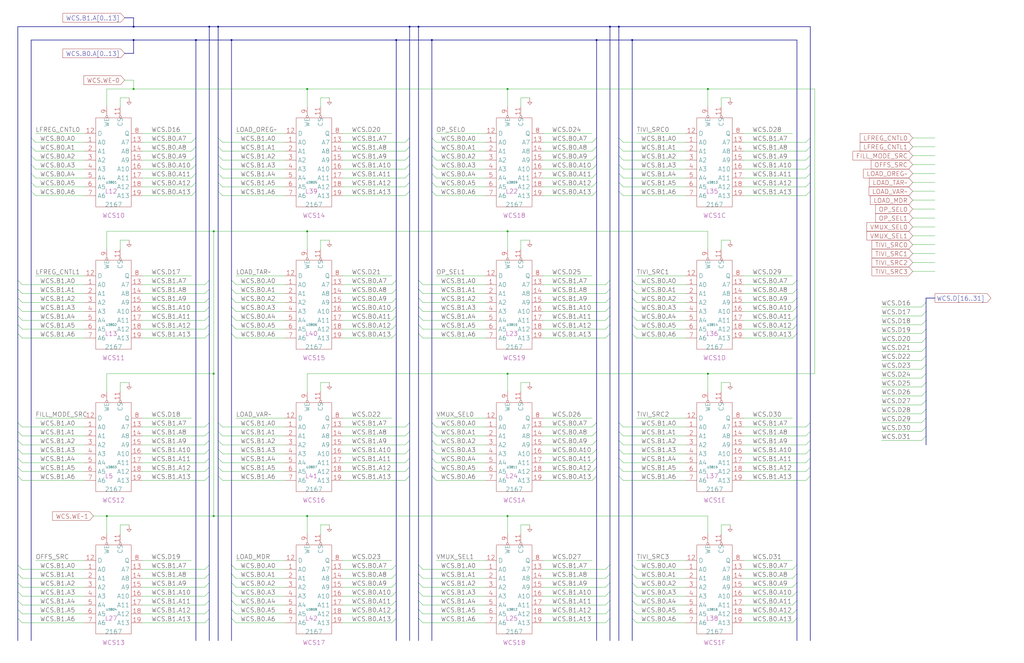
<source format=kicad_sch>
(kicad_sch (version 20250114) (generator "eeschema") (generator_version "9.0")
  (paper "User" 584.2 378.46)
  (title_block (title "WRITABLE CONTROL STORE\\nBITS 16 TO 31") (date "20-MAR-90") (rev "1.0") (comment 1 "FIU") (comment 2 "232-003065") (comment 3 "S400") (comment 4 "RELEASED"))
  (junction (at 121.92 213.36))
  (junction (at 360.68 22.86))
  (junction (at 175.26 50.8))
  (junction (at 289.56 213.36))
  (junction (at 289.56 132.08))
  (junction (at 403.86 213.36))
  (junction (at 111.76 22.86))
  (junction (at 119.38 15.24))
  (junction (at 76.2 15.24))
  (junction (at 246.38 22.86))
  (junction (at 289.56 50.8))
  (junction (at 175.26 294.64))
  (junction (at 175.26 132.08))
  (junction (at 353.06 15.24))
  (junction (at 121.92 132.08))
  (junction (at 289.56 294.64))
  (junction (at 60.96 294.64))
  (junction (at 403.86 50.8))
  (junction (at 238.76 15.24))
  (junction (at 233.68 15.24))
  (junction (at 76.2 22.86))
  (junction (at 340.36 22.86))
  (junction (at 121.92 294.64))
  (junction (at 347.98 15.24))
  (junction (at 132.08 22.86))
  (junction (at 226.06 22.86))
  (junction (at 76.2 50.8))
  (junction (at 124.46 15.24))
  (bus_entry (at 246.38 109.22) (size 2.54 2.54))
  (bus_entry (at 124.46 104.14) (size 2.54 2.54))
  (bus_entry (at 528.32 203.2) (size -2.54 2.54))
  (bus_entry (at 340.36 93.98) (size -2.54 2.54))
  (bus_entry (at 119.38 256.54) (size -2.54 2.54))
  (bus_entry (at 233.68 104.14) (size -2.54 2.54))
  (bus_entry (at 360.68 175.26) (size 2.54 2.54))
  (bus_entry (at 340.36 256.54) (size -2.54 2.54))
  (bus_entry (at 119.38 160.02) (size -2.54 2.54))
  (bus_entry (at 353.06 246.38) (size 2.54 2.54))
  (bus_entry (at 10.16 342.9) (size 2.54 2.54))
  (bus_entry (at 132.08 322.58) (size 2.54 2.54))
  (bus_entry (at 10.16 251.46) (size 2.54 2.54))
  (bus_entry (at 238.76 185.42) (size 2.54 2.54))
  (bus_entry (at 119.38 165.1) (size -2.54 2.54))
  (bus_entry (at 132.08 185.42) (size 2.54 2.54))
  (bus_entry (at 353.06 88.9) (size 2.54 2.54))
  (bus_entry (at 353.06 109.22) (size 2.54 2.54))
  (bus_entry (at 454.66 322.58) (size -2.54 2.54))
  (bus_entry (at 528.32 218.44) (size -2.54 2.54))
  (bus_entry (at 10.16 190.5) (size 2.54 2.54))
  (bus_entry (at 353.06 271.78) (size 2.54 2.54))
  (bus_entry (at 462.28 109.22) (size -2.54 2.54))
  (bus_entry (at 119.38 170.18) (size -2.54 2.54))
  (bus_entry (at 238.76 347.98) (size 2.54 2.54))
  (bus_entry (at 10.16 241.3) (size 2.54 2.54))
  (bus_entry (at 246.38 93.98) (size 2.54 2.54))
  (bus_entry (at 238.76 337.82) (size 2.54 2.54))
  (bus_entry (at 124.46 266.7) (size 2.54 2.54))
  (bus_entry (at 132.08 165.1) (size 2.54 2.54))
  (bus_entry (at 353.06 78.74) (size 2.54 2.54))
  (bus_entry (at 226.06 322.58) (size -2.54 2.54))
  (bus_entry (at 528.32 177.8) (size -2.54 2.54))
  (bus_entry (at 238.76 322.58) (size 2.54 2.54))
  (bus_entry (at 10.16 327.66) (size 2.54 2.54))
  (bus_entry (at 246.38 246.38) (size 2.54 2.54))
  (bus_entry (at 10.16 347.98) (size 2.54 2.54))
  (bus_entry (at 10.16 271.78) (size 2.54 2.54))
  (bus_entry (at 347.98 322.58) (size -2.54 2.54))
  (bus_entry (at 246.38 271.78) (size 2.54 2.54))
  (bus_entry (at 226.06 190.5) (size -2.54 2.54))
  (bus_entry (at 454.66 170.18) (size -2.54 2.54))
  (bus_entry (at 528.32 248.92) (size -2.54 2.54))
  (bus_entry (at 119.38 175.26) (size -2.54 2.54))
  (bus_entry (at 233.68 241.3) (size -2.54 2.54))
  (bus_entry (at 353.06 241.3) (size 2.54 2.54))
  (bus_entry (at 119.38 347.98) (size -2.54 2.54))
  (bus_entry (at 238.76 353.06) (size 2.54 2.54))
  (bus_entry (at 246.38 104.14) (size 2.54 2.54))
  (bus_entry (at 226.06 327.66) (size -2.54 2.54))
  (bus_entry (at 238.76 160.02) (size 2.54 2.54))
  (bus_entry (at 462.28 88.9) (size -2.54 2.54))
  (bus_entry (at 124.46 256.54) (size 2.54 2.54))
  (bus_entry (at 226.06 185.42) (size -2.54 2.54))
  (bus_entry (at 17.78 78.74) (size 2.54 2.54))
  (bus_entry (at 17.78 93.98) (size 2.54 2.54))
  (bus_entry (at 454.66 160.02) (size -2.54 2.54))
  (bus_entry (at 238.76 190.5) (size 2.54 2.54))
  (bus_entry (at 111.76 88.9) (size -2.54 2.54))
  (bus_entry (at 17.78 109.22) (size 2.54 2.54))
  (bus_entry (at 454.66 190.5) (size -2.54 2.54))
  (bus_entry (at 238.76 180.34) (size 2.54 2.54))
  (bus_entry (at 233.68 88.9) (size -2.54 2.54))
  (bus_entry (at 353.06 104.14) (size 2.54 2.54))
  (bus_entry (at 360.68 190.5) (size 2.54 2.54))
  (bus_entry (at 347.98 180.34) (size -2.54 2.54))
  (bus_entry (at 353.06 251.46) (size 2.54 2.54))
  (bus_entry (at 10.16 165.1) (size 2.54 2.54))
  (bus_entry (at 462.28 246.38) (size -2.54 2.54))
  (bus_entry (at 360.68 332.74) (size 2.54 2.54))
  (bus_entry (at 226.06 160.02) (size -2.54 2.54))
  (bus_entry (at 347.98 170.18) (size -2.54 2.54))
  (bus_entry (at 10.16 175.26) (size 2.54 2.54))
  (bus_entry (at 226.06 180.34) (size -2.54 2.54))
  (bus_entry (at 124.46 83.82) (size 2.54 2.54))
  (bus_entry (at 347.98 190.5) (size -2.54 2.54))
  (bus_entry (at 462.28 83.82) (size -2.54 2.54))
  (bus_entry (at 111.76 104.14) (size -2.54 2.54))
  (bus_entry (at 226.06 170.18) (size -2.54 2.54))
  (bus_entry (at 233.68 99.06) (size -2.54 2.54))
  (bus_entry (at 119.38 251.46) (size -2.54 2.54))
  (bus_entry (at 347.98 347.98) (size -2.54 2.54))
  (bus_entry (at 462.28 93.98) (size -2.54 2.54))
  (bus_entry (at 124.46 241.3) (size 2.54 2.54))
  (bus_entry (at 347.98 165.1) (size -2.54 2.54))
  (bus_entry (at 360.68 337.82) (size 2.54 2.54))
  (bus_entry (at 233.68 251.46) (size -2.54 2.54))
  (bus_entry (at 124.46 109.22) (size 2.54 2.54))
  (bus_entry (at 132.08 175.26) (size 2.54 2.54))
  (bus_entry (at 454.66 353.06) (size -2.54 2.54))
  (bus_entry (at 10.16 261.62) (size 2.54 2.54))
  (bus_entry (at 454.66 347.98) (size -2.54 2.54))
  (bus_entry (at 124.46 246.38) (size 2.54 2.54))
  (bus_entry (at 360.68 327.66) (size 2.54 2.54))
  (bus_entry (at 462.28 241.3) (size -2.54 2.54))
  (bus_entry (at 238.76 170.18) (size 2.54 2.54))
  (bus_entry (at 119.38 332.74) (size -2.54 2.54))
  (bus_entry (at 119.38 266.7) (size -2.54 2.54))
  (bus_entry (at 238.76 332.74) (size 2.54 2.54))
  (bus_entry (at 111.76 93.98) (size -2.54 2.54))
  (bus_entry (at 462.28 104.14) (size -2.54 2.54))
  (bus_entry (at 10.16 337.82) (size 2.54 2.54))
  (bus_entry (at 353.06 99.06) (size 2.54 2.54))
  (bus_entry (at 111.76 78.74) (size -2.54 2.54))
  (bus_entry (at 226.06 332.74) (size -2.54 2.54))
  (bus_entry (at 528.32 213.36) (size -2.54 2.54))
  (bus_entry (at 528.32 243.84) (size -2.54 2.54))
  (bus_entry (at 226.06 347.98) (size -2.54 2.54))
  (bus_entry (at 528.32 228.6) (size -2.54 2.54))
  (bus_entry (at 347.98 327.66) (size -2.54 2.54))
  (bus_entry (at 246.38 251.46) (size 2.54 2.54))
  (bus_entry (at 462.28 266.7) (size -2.54 2.54))
  (bus_entry (at 132.08 180.34) (size 2.54 2.54))
  (bus_entry (at 238.76 175.26) (size 2.54 2.54))
  (bus_entry (at 246.38 241.3) (size 2.54 2.54))
  (bus_entry (at 246.38 83.82) (size 2.54 2.54))
  (bus_entry (at 454.66 175.26) (size -2.54 2.54))
  (bus_entry (at 353.06 83.82) (size 2.54 2.54))
  (bus_entry (at 233.68 266.7) (size -2.54 2.54))
  (bus_entry (at 454.66 185.42) (size -2.54 2.54))
  (bus_entry (at 233.68 246.38) (size -2.54 2.54))
  (bus_entry (at 238.76 327.66) (size 2.54 2.54))
  (bus_entry (at 226.06 353.06) (size -2.54 2.54))
  (bus_entry (at 347.98 353.06) (size -2.54 2.54))
  (bus_entry (at 233.68 256.54) (size -2.54 2.54))
  (bus_entry (at 347.98 175.26) (size -2.54 2.54))
  (bus_entry (at 340.36 99.06) (size -2.54 2.54))
  (bus_entry (at 340.36 241.3) (size -2.54 2.54))
  (bus_entry (at 340.36 78.74) (size -2.54 2.54))
  (bus_entry (at 246.38 88.9) (size 2.54 2.54))
  (bus_entry (at 462.28 256.54) (size -2.54 2.54))
  (bus_entry (at 124.46 88.9) (size 2.54 2.54))
  (bus_entry (at 10.16 266.7) (size 2.54 2.54))
  (bus_entry (at 17.78 83.82) (size 2.54 2.54))
  (bus_entry (at 124.46 99.06) (size 2.54 2.54))
  (bus_entry (at 226.06 342.9) (size -2.54 2.54))
  (bus_entry (at 360.68 160.02) (size 2.54 2.54))
  (bus_entry (at 528.32 233.68) (size -2.54 2.54))
  (bus_entry (at 528.32 223.52) (size -2.54 2.54))
  (bus_entry (at 233.68 271.78) (size -2.54 2.54))
  (bus_entry (at 528.32 187.96) (size -2.54 2.54))
  (bus_entry (at 340.36 88.9) (size -2.54 2.54))
  (bus_entry (at 454.66 180.34) (size -2.54 2.54))
  (bus_entry (at 10.16 185.42) (size 2.54 2.54))
  (bus_entry (at 119.38 190.5) (size -2.54 2.54))
  (bus_entry (at 340.36 246.38) (size -2.54 2.54))
  (bus_entry (at 340.36 83.82) (size -2.54 2.54))
  (bus_entry (at 10.16 170.18) (size 2.54 2.54))
  (bus_entry (at 119.38 261.62) (size -2.54 2.54))
  (bus_entry (at 246.38 99.06) (size 2.54 2.54))
  (bus_entry (at 119.38 342.9) (size -2.54 2.54))
  (bus_entry (at 10.16 246.38) (size 2.54 2.54))
  (bus_entry (at 462.28 78.74) (size -2.54 2.54))
  (bus_entry (at 360.68 165.1) (size 2.54 2.54))
  (bus_entry (at 347.98 332.74) (size -2.54 2.54))
  (bus_entry (at 17.78 88.9) (size 2.54 2.54))
  (bus_entry (at 124.46 78.74) (size 2.54 2.54))
  (bus_entry (at 238.76 342.9) (size 2.54 2.54))
  (bus_entry (at 17.78 104.14) (size 2.54 2.54))
  (bus_entry (at 132.08 353.06) (size 2.54 2.54))
  (bus_entry (at 340.36 104.14) (size -2.54 2.54))
  (bus_entry (at 10.16 180.34) (size 2.54 2.54))
  (bus_entry (at 119.38 353.06) (size -2.54 2.54))
  (bus_entry (at 462.28 99.06) (size -2.54 2.54))
  (bus_entry (at 119.38 327.66) (size -2.54 2.54))
  (bus_entry (at 132.08 170.18) (size 2.54 2.54))
  (bus_entry (at 10.16 160.02) (size 2.54 2.54))
  (bus_entry (at 132.08 190.5) (size 2.54 2.54))
  (bus_entry (at 10.16 322.58) (size 2.54 2.54))
  (bus_entry (at 454.66 165.1) (size -2.54 2.54))
  (bus_entry (at 360.68 185.42) (size 2.54 2.54))
  (bus_entry (at 226.06 175.26) (size -2.54 2.54))
  (bus_entry (at 17.78 99.06) (size 2.54 2.54))
  (bus_entry (at 246.38 256.54) (size 2.54 2.54))
  (bus_entry (at 124.46 271.78) (size 2.54 2.54))
  (bus_entry (at 132.08 160.02) (size 2.54 2.54))
  (bus_entry (at 132.08 347.98) (size 2.54 2.54))
  (bus_entry (at 353.06 256.54) (size 2.54 2.54))
  (bus_entry (at 226.06 337.82) (size -2.54 2.54))
  (bus_entry (at 462.28 251.46) (size -2.54 2.54))
  (bus_entry (at 10.16 256.54) (size 2.54 2.54))
  (bus_entry (at 233.68 109.22) (size -2.54 2.54))
  (bus_entry (at 119.38 322.58) (size -2.54 2.54))
  (bus_entry (at 132.08 327.66) (size 2.54 2.54))
  (bus_entry (at 360.68 353.06) (size 2.54 2.54))
  (bus_entry (at 353.06 93.98) (size 2.54 2.54))
  (bus_entry (at 233.68 83.82) (size -2.54 2.54))
  (bus_entry (at 528.32 238.76) (size -2.54 2.54))
  (bus_entry (at 360.68 180.34) (size 2.54 2.54))
  (bus_entry (at 340.36 261.62) (size -2.54 2.54))
  (bus_entry (at 528.32 172.72) (size -2.54 2.54))
  (bus_entry (at 347.98 185.42) (size -2.54 2.54))
  (bus_entry (at 119.38 337.82) (size -2.54 2.54))
  (bus_entry (at 119.38 246.38) (size -2.54 2.54))
  (bus_entry (at 10.16 353.06) (size 2.54 2.54))
  (bus_entry (at 340.36 251.46) (size -2.54 2.54))
  (bus_entry (at 360.68 322.58) (size 2.54 2.54))
  (bus_entry (at 454.66 332.74) (size -2.54 2.54))
  (bus_entry (at 226.06 165.1) (size -2.54 2.54))
  (bus_entry (at 347.98 160.02) (size -2.54 2.54))
  (bus_entry (at 124.46 261.62) (size 2.54 2.54))
  (bus_entry (at 246.38 266.7) (size 2.54 2.54))
  (bus_entry (at 462.28 271.78) (size -2.54 2.54))
  (bus_entry (at 454.66 342.9) (size -2.54 2.54))
  (bus_entry (at 132.08 332.74) (size 2.54 2.54))
  (bus_entry (at 528.32 193.04) (size -2.54 2.54))
  (bus_entry (at 124.46 93.98) (size 2.54 2.54))
  (bus_entry (at 347.98 342.9) (size -2.54 2.54))
  (bus_entry (at 111.76 83.82) (size -2.54 2.54))
  (bus_entry (at 124.46 251.46) (size 2.54 2.54))
  (bus_entry (at 353.06 261.62) (size 2.54 2.54))
  (bus_entry (at 340.36 271.78) (size -2.54 2.54))
  (bus_entry (at 132.08 337.82) (size 2.54 2.54))
  (bus_entry (at 119.38 180.34) (size -2.54 2.54))
  (bus_entry (at 528.32 182.88) (size -2.54 2.54))
  (bus_entry (at 340.36 266.7) (size -2.54 2.54))
  (bus_entry (at 528.32 198.12) (size -2.54 2.54))
  (bus_entry (at 111.76 99.06) (size -2.54 2.54))
  (bus_entry (at 119.38 241.3) (size -2.54 2.54))
  (bus_entry (at 353.06 266.7) (size 2.54 2.54))
  (bus_entry (at 238.76 165.1) (size 2.54 2.54))
  (bus_entry (at 246.38 261.62) (size 2.54 2.54))
  (bus_entry (at 111.76 109.22) (size -2.54 2.54))
  (bus_entry (at 246.38 78.74) (size 2.54 2.54))
  (bus_entry (at 132.08 342.9) (size 2.54 2.54))
  (bus_entry (at 462.28 261.62) (size -2.54 2.54))
  (bus_entry (at 360.68 347.98) (size 2.54 2.54))
  (bus_entry (at 454.66 337.82) (size -2.54 2.54))
  (bus_entry (at 454.66 327.66) (size -2.54 2.54))
  (bus_entry (at 528.32 208.28) (size -2.54 2.54))
  (bus_entry (at 10.16 332.74) (size 2.54 2.54))
  (bus_entry (at 347.98 337.82) (size -2.54 2.54))
  (bus_entry (at 340.36 109.22) (size -2.54 2.54))
  (bus_entry (at 119.38 271.78) (size -2.54 2.54))
  (bus_entry (at 360.68 342.9) (size 2.54 2.54))
  (bus_entry (at 119.38 185.42) (size -2.54 2.54))
  (bus_entry (at 233.68 93.98) (size -2.54 2.54))
  (bus_entry (at 233.68 78.74) (size -2.54 2.54))
  (bus_entry (at 360.68 170.18) (size 2.54 2.54))
  (bus_entry (at 233.68 261.62) (size -2.54 2.54))
  (wire (pts (xy 411.48 223.52) (xy 411.48 218.44)))
  (bus (pts (xy 238.76 180.34) (xy 238.76 185.42)))
  (wire (pts (xy 309.88 355.6) (xy 345.44 355.6)))
  (bus (pts (xy 233.68 88.9) (xy 233.68 93.98)))
  (bus (pts (xy 17.78 99.06) (xy 17.78 104.14)))
  (bus (pts (xy 462.28 78.74) (xy 462.28 83.82)))
  (wire (pts (xy 248.92 81.28) (xy 276.86 81.28)))
  (bus (pts (xy 226.06 160.02) (xy 226.06 165.1)))
  (wire (pts (xy 248.92 254) (xy 276.86 254)))
  (bus (pts (xy 124.46 246.38) (xy 124.46 251.46)))
  (wire (pts (xy 424.18 264.16) (xy 459.74 264.16)))
  (bus (pts (xy 347.98 170.18) (xy 347.98 175.26)))
  (bus (pts (xy 233.68 83.82) (xy 233.68 88.9)))
  (wire (pts (xy 411.48 55.88) (xy 416.56 55.88)))
  (wire (pts (xy 20.32 238.76) (xy 48.26 238.76)))
  (bus (pts (xy 238.76 170.18) (xy 238.76 175.26)))
  (bus (pts (xy 528.32 170.18) (xy 528.32 172.72)))
  (wire (pts (xy 68.58 60.96) (xy 68.58 55.88)))
  (wire (pts (xy 81.28 177.8) (xy 116.84 177.8)))
  (wire (pts (xy 363.22 172.72) (xy 391.16 172.72)))
  (wire (pts (xy 424.18 187.96) (xy 452.12 187.96)))
  (wire (pts (xy 134.62 187.96) (xy 162.56 187.96)))
  (wire (pts (xy 424.18 182.88) (xy 452.12 182.88)))
  (wire (pts (xy 520.7 83.82) (xy 533.4 83.82)))
  (wire (pts (xy 195.58 274.32) (xy 231.14 274.32)))
  (wire (pts (xy 411.48 60.96) (xy 411.48 55.88)))
  (wire (pts (xy 424.18 259.08) (xy 459.74 259.08)))
  (wire (pts (xy 68.58 218.44) (xy 73.66 218.44)))
  (bus (pts (xy 17.78 93.98) (xy 17.78 99.06)))
  (bus (pts (xy 238.76 337.82) (xy 238.76 342.9)))
  (bus (pts (xy 17.78 22.86) (xy 17.78 78.74)))
  (wire (pts (xy 68.58 142.24) (xy 68.58 137.16)))
  (wire (pts (xy 248.92 259.08) (xy 276.86 259.08)))
  (wire (pts (xy 81.28 269.24) (xy 116.84 269.24)))
  (wire (pts (xy 355.6 86.36) (xy 391.16 86.36)))
  (bus (pts (xy 233.68 15.24) (xy 238.76 15.24)))
  (bus (pts (xy 132.08 22.86) (xy 132.08 160.02)))
  (wire (pts (xy 134.62 335.28) (xy 162.56 335.28)))
  (wire (pts (xy 289.56 213.36) (xy 289.56 223.52)))
  (bus (pts (xy 353.06 109.22) (xy 353.06 241.3)))
  (bus (pts (xy 10.16 180.34) (xy 10.16 185.42)))
  (wire (pts (xy 20.32 81.28) (xy 48.26 81.28)))
  (bus (pts (xy 528.32 182.88) (xy 528.32 187.96)))
  (wire (pts (xy 520.7 154.94) (xy 533.4 154.94)))
  (wire (pts (xy 81.28 355.6) (xy 116.84 355.6)))
  (bus (pts (xy 10.16 337.82) (xy 10.16 342.9)))
  (wire (pts (xy 309.88 167.64) (xy 345.44 167.64)))
  (wire (pts (xy 309.88 330.2) (xy 345.44 330.2)))
  (wire (pts (xy 411.48 218.44) (xy 416.56 218.44)))
  (bus (pts (xy 462.28 256.54) (xy 462.28 261.62)))
  (bus (pts (xy 119.38 347.98) (xy 119.38 353.06)))
  (wire (pts (xy 81.28 157.48) (xy 109.22 157.48)))
  (bus (pts (xy 132.08 165.1) (xy 132.08 170.18)))
  (bus (pts (xy 528.32 243.84) (xy 528.32 248.92)))
  (bus (pts (xy 119.38 342.9) (xy 119.38 347.98)))
  (bus (pts (xy 119.38 337.82) (xy 119.38 342.9)))
  (bus (pts (xy 340.36 241.3) (xy 340.36 246.38)))
  (bus (pts (xy 454.66 22.86) (xy 454.66 160.02)))
  (wire (pts (xy 175.26 294.64) (xy 121.92 294.64)))
  (wire (pts (xy 248.92 96.52) (xy 276.86 96.52)))
  (bus (pts (xy 111.76 93.98) (xy 111.76 99.06)))
  (bus (pts (xy 10.16 347.98) (xy 10.16 353.06)))
  (bus (pts (xy 340.36 99.06) (xy 340.36 104.14)))
  (bus (pts (xy 340.36 256.54) (xy 340.36 261.62)))
  (wire (pts (xy 241.3 350.52) (xy 276.86 350.52)))
  (wire (pts (xy 248.92 274.32) (xy 276.86 274.32)))
  (wire (pts (xy 424.18 162.56) (xy 452.12 162.56)))
  (wire (pts (xy 182.88 142.24) (xy 182.88 137.16)))
  (bus (pts (xy 124.46 93.98) (xy 124.46 99.06)))
  (wire (pts (xy 60.96 50.8) (xy 76.2 50.8)))
  (bus (pts (xy 340.36 261.62) (xy 340.36 266.7)))
  (bus (pts (xy 119.38 266.7) (xy 119.38 271.78)))
  (bus (pts (xy 119.38 15.24) (xy 119.38 160.02)))
  (wire (pts (xy 241.3 335.28) (xy 276.86 335.28)))
  (wire (pts (xy 363.22 187.96) (xy 391.16 187.96)))
  (bus (pts (xy 360.68 327.66) (xy 360.68 332.74)))
  (wire (pts (xy 12.7 350.52) (xy 48.26 350.52)))
  (wire (pts (xy 363.22 238.76) (xy 391.16 238.76)))
  (wire (pts (xy 424.18 355.6) (xy 452.12 355.6)))
  (wire (pts (xy 355.6 254) (xy 391.16 254)))
  (bus (pts (xy 119.38 180.34) (xy 119.38 185.42)))
  (wire (pts (xy 81.28 340.36) (xy 116.84 340.36)))
  (wire (pts (xy 68.58 55.88) (xy 73.66 55.88)))
  (wire (pts (xy 309.88 345.44) (xy 345.44 345.44)))
  (wire (pts (xy 309.88 81.28) (xy 337.82 81.28)))
  (wire (pts (xy 520.7 99.06) (xy 533.4 99.06)))
  (bus (pts (xy 132.08 185.42) (xy 132.08 190.5)))
  (bus (pts (xy 124.46 271.78) (xy 124.46 365.76)))
  (bus (pts (xy 238.76 160.02) (xy 238.76 165.1)))
  (wire (pts (xy 195.58 355.6) (xy 223.52 355.6)))
  (bus (pts (xy 226.06 170.18) (xy 226.06 175.26)))
  (wire (pts (xy 297.18 137.16) (xy 302.26 137.16)))
  (wire (pts (xy 502.92 180.34) (xy 525.78 180.34)))
  (wire (pts (xy 502.92 251.46) (xy 525.78 251.46)))
  (wire (pts (xy 424.18 167.64) (xy 452.12 167.64)))
  (wire (pts (xy 309.88 340.36) (xy 345.44 340.36)))
  (wire (pts (xy 12.7 254) (xy 48.26 254)))
  (wire (pts (xy 502.92 241.3) (xy 525.78 241.3)))
  (wire (pts (xy 248.92 76.2) (xy 276.86 76.2)))
  (wire (pts (xy 195.58 320.04) (xy 223.52 320.04)))
  (bus (pts (xy 132.08 353.06) (xy 132.08 365.76)))
  (wire (pts (xy 134.62 182.88) (xy 162.56 182.88)))
  (bus (pts (xy 246.38 256.54) (xy 246.38 261.62)))
  (bus (pts (xy 528.32 203.2) (xy 528.32 208.28)))
  (wire (pts (xy 424.18 91.44) (xy 459.74 91.44)))
  (wire (pts (xy 182.88 55.88) (xy 187.96 55.88)))
  (bus (pts (xy 462.28 104.14) (xy 462.28 109.22)))
  (wire (pts (xy 411.48 304.8) (xy 411.48 299.72)))
  (bus (pts (xy 246.38 22.86) (xy 246.38 78.74)))
  (wire (pts (xy 195.58 167.64) (xy 223.52 167.64)))
  (bus (pts (xy 119.38 165.1) (xy 119.38 170.18)))
  (bus (pts (xy 340.36 83.82) (xy 340.36 88.9)))
  (bus (pts (xy 132.08 327.66) (xy 132.08 332.74)))
  (wire (pts (xy 81.28 350.52) (xy 116.84 350.52)))
  (bus (pts (xy 528.32 213.36) (xy 528.32 218.44)))
  (bus (pts (xy 340.36 88.9) (xy 340.36 93.98)))
  (wire (pts (xy 127 264.16) (xy 162.56 264.16)))
  (bus (pts (xy 246.38 246.38) (xy 246.38 251.46)))
  (bus (pts (xy 340.36 104.14) (xy 340.36 109.22)))
  (wire (pts (xy 134.62 345.44) (xy 162.56 345.44)))
  (wire (pts (xy 355.6 91.44) (xy 391.16 91.44)))
  (bus (pts (xy 347.98 347.98) (xy 347.98 353.06)))
  (bus (pts (xy 10.16 185.42) (xy 10.16 190.5)))
  (bus (pts (xy 528.32 177.8) (xy 528.32 182.88)))
  (bus (pts (xy 119.38 353.06) (xy 119.38 365.76)))
  (wire (pts (xy 289.56 213.36) (xy 175.26 213.36)))
  (wire (pts (xy 134.62 76.2) (xy 162.56 76.2)))
  (bus (pts (xy 462.28 241.3) (xy 462.28 246.38)))
  (bus (pts (xy 124.46 88.9) (xy 124.46 93.98)))
  (wire (pts (xy 403.86 294.64) (xy 403.86 304.8)))
  (wire (pts (xy 363.22 320.04) (xy 391.16 320.04)))
  (bus (pts (xy 10.16 327.66) (xy 10.16 332.74)))
  (bus (pts (xy 246.38 241.3) (xy 246.38 246.38)))
  (bus (pts (xy 226.06 337.82) (xy 226.06 342.9)))
  (bus (pts (xy 246.38 104.14) (xy 246.38 109.22)))
  (wire (pts (xy 60.96 213.36) (xy 121.92 213.36)))
  (bus (pts (xy 10.16 266.7) (xy 10.16 271.78)))
  (bus (pts (xy 462.28 251.46) (xy 462.28 256.54)))
  (wire (pts (xy 411.48 142.24) (xy 411.48 137.16)))
  (bus (pts (xy 454.66 160.02) (xy 454.66 165.1)))
  (wire (pts (xy 81.28 248.92) (xy 116.84 248.92)))
  (bus (pts (xy 347.98 332.74) (xy 347.98 337.82)))
  (wire (pts (xy 520.7 144.78) (xy 533.4 144.78)))
  (bus (pts (xy 124.46 104.14) (xy 124.46 109.22)))
  (bus (pts (xy 454.66 342.9) (xy 454.66 347.98)))
  (wire (pts (xy 309.88 243.84) (xy 337.82 243.84)))
  (bus (pts (xy 17.78 109.22) (xy 17.78 365.76)))
  (wire (pts (xy 502.92 200.66) (xy 525.78 200.66)))
  (bus (pts (xy 10.16 342.9) (xy 10.16 347.98)))
  (wire (pts (xy 81.28 254) (xy 116.84 254)))
  (bus (pts (xy 347.98 322.58) (xy 347.98 327.66)))
  (bus (pts (xy 238.76 332.74) (xy 238.76 337.82)))
  (wire (pts (xy 424.18 320.04) (xy 452.12 320.04)))
  (wire (pts (xy 195.58 193.04) (xy 223.52 193.04)))
  (wire (pts (xy 411.48 299.72) (xy 416.56 299.72)))
  (wire (pts (xy 182.88 60.96) (xy 182.88 55.88)))
  (wire (pts (xy 81.28 259.08) (xy 116.84 259.08)))
  (wire (pts (xy 134.62 193.04) (xy 162.56 193.04)))
  (wire (pts (xy 12.7 340.36) (xy 48.26 340.36)))
  (wire (pts (xy 355.6 274.32) (xy 391.16 274.32)))
  (bus (pts (xy 454.66 165.1) (xy 454.66 170.18)))
  (bus (pts (xy 132.08 180.34) (xy 132.08 185.42)))
  (wire (pts (xy 195.58 101.6) (xy 231.14 101.6)))
  (wire (pts (xy 248.92 86.36) (xy 276.86 86.36)))
  (bus (pts (xy 238.76 15.24) (xy 347.98 15.24)))
  (bus (pts (xy 124.46 241.3) (xy 124.46 246.38)))
  (wire (pts (xy 248.92 243.84) (xy 276.86 243.84)))
  (bus (pts (xy 347.98 185.42) (xy 347.98 190.5)))
  (bus (pts (xy 454.66 170.18) (xy 454.66 175.26)))
  (wire (pts (xy 297.18 304.8) (xy 297.18 299.72)))
  (bus (pts (xy 528.32 218.44) (xy 528.32 223.52)))
  (wire (pts (xy 424.18 330.2) (xy 452.12 330.2)))
  (wire (pts (xy 248.92 264.16) (xy 276.86 264.16)))
  (wire (pts (xy 411.48 137.16) (xy 416.56 137.16)))
  (wire (pts (xy 309.88 187.96) (xy 345.44 187.96)))
  (wire (pts (xy 134.62 325.12) (xy 162.56 325.12)))
  (wire (pts (xy 20.32 320.04) (xy 48.26 320.04)))
  (wire (pts (xy 502.92 236.22) (xy 525.78 236.22)))
  (wire (pts (xy 297.18 223.52) (xy 297.18 218.44)))
  (bus (pts (xy 124.46 261.62) (xy 124.46 266.7)))
  (wire (pts (xy 520.7 124.46) (xy 533.4 124.46)))
  (wire (pts (xy 134.62 162.56) (xy 162.56 162.56)))
  (wire (pts (xy 12.7 177.8) (xy 48.26 177.8)))
  (wire (pts (xy 355.6 264.16) (xy 391.16 264.16)))
  (bus (pts (xy 462.28 246.38) (xy 462.28 251.46)))
  (bus (pts (xy 226.06 185.42) (xy 226.06 190.5)))
  (wire (pts (xy 363.22 193.04) (xy 391.16 193.04)))
  (bus (pts (xy 124.46 15.24) (xy 233.68 15.24)))
  (wire (pts (xy 175.26 132.08) (xy 175.26 142.24)))
  (bus (pts (xy 454.66 332.74) (xy 454.66 337.82)))
  (wire (pts (xy 248.92 91.44) (xy 276.86 91.44)))
  (bus (pts (xy 353.06 241.3) (xy 353.06 246.38)))
  (wire (pts (xy 309.88 91.44) (xy 337.82 91.44)))
  (bus (pts (xy 226.06 175.26) (xy 226.06 180.34)))
  (wire (pts (xy 248.92 111.76) (xy 276.86 111.76)))
  (wire (pts (xy 289.56 132.08) (xy 403.86 132.08)))
  (wire (pts (xy 60.96 50.8) (xy 60.96 60.96)))
  (wire (pts (xy 241.3 193.04) (xy 276.86 193.04)))
  (wire (pts (xy 127 243.84) (xy 162.56 243.84)))
  (wire (pts (xy 53.34 294.64) (xy 60.96 294.64)))
  (bus (pts (xy 233.68 246.38) (xy 233.68 251.46)))
  (wire (pts (xy 464.82 213.36) (xy 403.86 213.36)))
  (bus (pts (xy 353.06 266.7) (xy 353.06 271.78)))
  (wire (pts (xy 241.3 177.8) (xy 276.86 177.8)))
  (wire (pts (xy 12.7 248.92) (xy 48.26 248.92)))
  (bus (pts (xy 119.38 246.38) (xy 119.38 251.46)))
  (bus (pts (xy 462.28 271.78) (xy 462.28 365.76)))
  (bus (pts (xy 233.68 104.14) (xy 233.68 109.22)))
  (bus (pts (xy 347.98 15.24) (xy 347.98 160.02)))
  (wire (pts (xy 195.58 345.44) (xy 223.52 345.44)))
  (wire (pts (xy 424.18 177.8) (xy 452.12 177.8)))
  (wire (pts (xy 363.22 340.36) (xy 391.16 340.36)))
  (wire (pts (xy 363.22 345.44) (xy 391.16 345.44)))
  (wire (pts (xy 424.18 269.24) (xy 459.74 269.24)))
  (wire (pts (xy 309.88 259.08) (xy 337.82 259.08)))
  (bus (pts (xy 111.76 99.06) (xy 111.76 104.14)))
  (wire (pts (xy 424.18 86.36) (xy 459.74 86.36)))
  (bus (pts (xy 454.66 175.26) (xy 454.66 180.34)))
  (bus (pts (xy 528.32 193.04) (xy 528.32 198.12)))
  (bus (pts (xy 340.36 22.86) (xy 360.68 22.86)))
  (wire (pts (xy 424.18 350.52) (xy 452.12 350.52)))
  (wire (pts (xy 403.86 213.36) (xy 289.56 213.36)))
  (wire (pts (xy 424.18 243.84) (xy 459.74 243.84)))
  (bus (pts (xy 360.68 185.42) (xy 360.68 190.5)))
  (bus (pts (xy 238.76 15.24) (xy 238.76 160.02)))
  (bus (pts (xy 347.98 15.24) (xy 353.06 15.24)))
  (bus (pts (xy 238.76 185.42) (xy 238.76 190.5)))
  (wire (pts (xy 81.28 238.76) (xy 109.22 238.76)))
  (wire (pts (xy 12.7 182.88) (xy 48.26 182.88)))
  (wire (pts (xy 363.22 355.6) (xy 391.16 355.6)))
  (wire (pts (xy 520.7 93.98) (xy 533.4 93.98)))
  (bus (pts (xy 238.76 175.26) (xy 238.76 180.34)))
  (wire (pts (xy 127 81.28) (xy 162.56 81.28)))
  (bus (pts (xy 340.36 266.7) (xy 340.36 271.78)))
  (bus (pts (xy 119.38 15.24) (xy 124.46 15.24)))
  (bus (pts (xy 360.68 337.82) (xy 360.68 342.9)))
  (wire (pts (xy 309.88 182.88) (xy 345.44 182.88)))
  (wire (pts (xy 424.18 101.6) (xy 459.74 101.6)))
  (wire (pts (xy 81.28 264.16) (xy 116.84 264.16)))
  (bus (pts (xy 17.78 104.14) (xy 17.78 109.22)))
  (wire (pts (xy 403.86 132.08) (xy 403.86 142.24)))
  (wire (pts (xy 81.28 182.88) (xy 116.84 182.88)))
  (bus (pts (xy 124.46 15.24) (xy 124.46 78.74)))
  (wire (pts (xy 403.86 50.8) (xy 403.86 60.96)))
  (wire (pts (xy 502.92 185.42) (xy 525.78 185.42)))
  (bus (pts (xy 360.68 180.34) (xy 360.68 185.42)))
  (wire (pts (xy 68.58 299.72) (xy 73.66 299.72)))
  (wire (pts (xy 520.7 78.74) (xy 533.4 78.74)))
  (bus (pts (xy 71.12 10.16) (xy 76.2 10.16)))
  (wire (pts (xy 309.88 325.12) (xy 345.44 325.12)))
  (wire (pts (xy 424.18 111.76) (xy 459.74 111.76)))
  (wire (pts (xy 502.92 195.58) (xy 525.78 195.58)))
  (wire (pts (xy 403.86 294.64) (xy 289.56 294.64)))
  (bus (pts (xy 119.38 261.62) (xy 119.38 266.7)))
  (bus (pts (xy 347.98 175.26) (xy 347.98 180.34)))
  (wire (pts (xy 195.58 325.12) (xy 223.52 325.12)))
  (bus (pts (xy 233.68 15.24) (xy 233.68 78.74)))
  (wire (pts (xy 195.58 91.44) (xy 231.14 91.44)))
  (wire (pts (xy 195.58 269.24) (xy 231.14 269.24)))
  (bus (pts (xy 238.76 353.06) (xy 238.76 365.76)))
  (wire (pts (xy 20.32 91.44) (xy 48.26 91.44)))
  (wire (pts (xy 297.18 299.72) (xy 302.26 299.72)))
  (bus (pts (xy 17.78 83.82) (xy 17.78 88.9)))
  (bus (pts (xy 132.08 332.74) (xy 132.08 337.82)))
  (bus (pts (xy 76.2 30.48) (xy 76.2 22.86)))
  (wire (pts (xy 309.88 254) (xy 337.82 254)))
  (wire (pts (xy 309.88 264.16) (xy 337.82 264.16)))
  (wire (pts (xy 309.88 76.2) (xy 337.82 76.2)))
  (bus (pts (xy 454.66 185.42) (xy 454.66 190.5)))
  (bus (pts (xy 111.76 22.86) (xy 111.76 78.74)))
  (bus (pts (xy 528.32 172.72) (xy 528.32 177.8)))
  (wire (pts (xy 248.92 157.48) (xy 276.86 157.48)))
  (wire (pts (xy 182.88 218.44) (xy 187.96 218.44)))
  (bus (pts (xy 124.46 109.22) (xy 124.46 241.3)))
  (wire (pts (xy 182.88 304.8) (xy 182.88 299.72)))
  (bus (pts (xy 353.06 15.24) (xy 353.06 78.74)))
  (bus (pts (xy 124.46 251.46) (xy 124.46 256.54)))
  (bus (pts (xy 10.16 353.06) (xy 10.16 365.76)))
  (bus (pts (xy 360.68 332.74) (xy 360.68 337.82)))
  (wire (pts (xy 297.18 218.44) (xy 302.26 218.44)))
  (bus (pts (xy 462.28 83.82) (xy 462.28 88.9)))
  (wire (pts (xy 134.62 320.04) (xy 162.56 320.04)))
  (bus (pts (xy 10.16 175.26) (xy 10.16 180.34)))
  (bus (pts (xy 462.28 15.24) (xy 462.28 78.74)))
  (wire (pts (xy 68.58 223.52) (xy 68.58 218.44)))
  (bus (pts (xy 528.32 238.76) (xy 528.32 243.84)))
  (bus (pts (xy 226.06 342.9) (xy 226.06 347.98)))
  (wire (pts (xy 175.26 213.36) (xy 175.26 223.52)))
  (wire (pts (xy 363.22 167.64) (xy 391.16 167.64)))
  (wire (pts (xy 121.92 132.08) (xy 175.26 132.08)))
  (wire (pts (xy 502.92 205.74) (xy 525.78 205.74)))
  (bus (pts (xy 10.16 261.62) (xy 10.16 266.7)))
  (wire (pts (xy 355.6 248.92) (xy 391.16 248.92)))
  (wire (pts (xy 81.28 335.28) (xy 116.84 335.28)))
  (wire (pts (xy 127 269.24) (xy 162.56 269.24)))
  (wire (pts (xy 502.92 215.9) (xy 525.78 215.9)))
  (bus (pts (xy 340.36 251.46) (xy 340.36 256.54)))
  (wire (pts (xy 60.96 132.08) (xy 60.96 142.24)))
  (bus (pts (xy 246.38 271.78) (xy 246.38 365.76)))
  (wire (pts (xy 309.88 172.72) (xy 345.44 172.72)))
  (bus (pts (xy 353.06 261.62) (xy 353.06 266.7)))
  (bus (pts (xy 17.78 88.9) (xy 17.78 93.98)))
  (bus (pts (xy 111.76 109.22) (xy 111.76 365.76)))
  (bus (pts (xy 454.66 347.98) (xy 454.66 353.06)))
  (wire (pts (xy 121.92 132.08) (xy 121.92 213.36)))
  (bus (pts (xy 233.68 271.78) (xy 233.68 365.76)))
  (wire (pts (xy 81.28 345.44) (xy 116.84 345.44)))
  (wire (pts (xy 175.26 132.08) (xy 289.56 132.08)))
  (wire (pts (xy 195.58 86.36) (xy 231.14 86.36)))
  (wire (pts (xy 363.22 157.48) (xy 391.16 157.48)))
  (wire (pts (xy 241.3 355.6) (xy 276.86 355.6)))
  (wire (pts (xy 127 248.92) (xy 162.56 248.92)))
  (wire (pts (xy 289.56 50.8) (xy 289.56 60.96)))
  (bus (pts (xy 119.38 271.78) (xy 119.38 322.58)))
  (wire (pts (xy 424.18 254) (xy 459.74 254)))
  (bus (pts (xy 340.36 271.78) (xy 340.36 365.76)))
  (bus (pts (xy 76.2 10.16) (xy 76.2 15.24)))
  (bus (pts (xy 353.06 271.78) (xy 353.06 365.76)))
  (wire (pts (xy 424.18 335.28) (xy 452.12 335.28)))
  (wire (pts (xy 182.88 137.16) (xy 187.96 137.16)))
  (wire (pts (xy 309.88 350.52) (xy 345.44 350.52)))
  (bus (pts (xy 347.98 337.82) (xy 347.98 342.9)))
  (bus (pts (xy 340.36 246.38) (xy 340.36 251.46)))
  (bus (pts (xy 119.38 160.02) (xy 119.38 165.1)))
  (bus (pts (xy 238.76 347.98) (xy 238.76 353.06)))
  (wire (pts (xy 175.26 50.8) (xy 175.26 60.96)))
  (bus (pts (xy 10.16 190.5) (xy 10.16 241.3)))
  (wire (pts (xy 241.3 162.56) (xy 276.86 162.56)))
  (wire (pts (xy 309.88 177.8) (xy 345.44 177.8)))
  (wire (pts (xy 60.96 294.64) (xy 60.96 304.8)))
  (wire (pts (xy 363.22 335.28) (xy 391.16 335.28)))
  (bus (pts (xy 10.16 170.18) (xy 10.16 175.26)))
  (bus (pts (xy 340.36 78.74) (xy 340.36 83.82)))
  (wire (pts (xy 363.22 330.2) (xy 391.16 330.2)))
  (wire (pts (xy 309.88 157.48) (xy 337.82 157.48)))
  (bus (pts (xy 132.08 337.82) (xy 132.08 342.9)))
  (wire (pts (xy 195.58 243.84) (xy 231.14 243.84)))
  (wire (pts (xy 127 96.52) (xy 162.56 96.52)))
  (wire (pts (xy 248.92 238.76) (xy 276.86 238.76)))
  (wire (pts (xy 241.3 345.44) (xy 276.86 345.44)))
  (bus (pts (xy 353.06 88.9) (xy 353.06 93.98)))
  (bus (pts (xy 347.98 180.34) (xy 347.98 185.42)))
  (bus (pts (xy 233.68 99.06) (xy 233.68 104.14)))
  (wire (pts (xy 502.92 175.26) (xy 525.78 175.26)))
  (bus (pts (xy 233.68 241.3) (xy 233.68 246.38)))
  (wire (pts (xy 81.28 193.04) (xy 116.84 193.04)))
  (bus (pts (xy 119.38 327.66) (xy 119.38 332.74)))
  (wire (pts (xy 502.92 226.06) (xy 525.78 226.06)))
  (wire (pts (xy 424.18 238.76) (xy 452.12 238.76)))
  (wire (pts (xy 355.6 259.08) (xy 391.16 259.08)))
  (wire (pts (xy 121.92 213.36) (xy 121.92 294.64)))
  (wire (pts (xy 20.32 76.2) (xy 48.26 76.2)))
  (bus (pts (xy 347.98 353.06) (xy 347.98 365.76)))
  (bus (pts (xy 226.06 327.66) (xy 226.06 332.74)))
  (wire (pts (xy 81.28 243.84) (xy 116.84 243.84)))
  (wire (pts (xy 241.3 187.96) (xy 276.86 187.96)))
  (wire (pts (xy 182.88 299.72) (xy 187.96 299.72)))
  (bus (pts (xy 246.38 22.86) (xy 340.36 22.86)))
  (bus (pts (xy 462.28 99.06) (xy 462.28 104.14)))
  (bus (pts (xy 353.06 246.38) (xy 353.06 251.46)))
  (bus (pts (xy 528.32 233.68) (xy 528.32 238.76)))
  (wire (pts (xy 520.7 119.38) (xy 533.4 119.38)))
  (wire (pts (xy 20.32 157.48) (xy 48.26 157.48)))
  (wire (pts (xy 195.58 172.72) (xy 223.52 172.72)))
  (wire (pts (xy 355.6 81.28) (xy 391.16 81.28)))
  (wire (pts (xy 289.56 294.64) (xy 289.56 304.8)))
  (bus (pts (xy 17.78 22.86) (xy 76.2 22.86)))
  (wire (pts (xy 502.92 220.98) (xy 525.78 220.98)))
  (bus (pts (xy 119.38 241.3) (xy 119.38 246.38)))
  (bus (pts (xy 360.68 160.02) (xy 360.68 165.1)))
  (wire (pts (xy 127 254) (xy 162.56 254)))
  (bus (pts (xy 233.68 109.22) (xy 233.68 241.3)))
  (wire (pts (xy 248.92 269.24) (xy 276.86 269.24)))
  (bus (pts (xy 246.38 261.62) (xy 246.38 266.7)))
  (bus (pts (xy 111.76 78.74) (xy 111.76 83.82)))
  (wire (pts (xy 12.7 167.64) (xy 48.26 167.64)))
  (bus (pts (xy 119.38 185.42) (xy 119.38 190.5)))
  (wire (pts (xy 127 91.44) (xy 162.56 91.44)))
  (bus (pts (xy 353.06 99.06) (xy 353.06 104.14)))
  (bus (pts (xy 347.98 342.9) (xy 347.98 347.98)))
  (wire (pts (xy 20.32 111.76) (xy 48.26 111.76)))
  (wire (pts (xy 195.58 259.08) (xy 231.14 259.08)))
  (wire (pts (xy 81.28 330.2) (xy 116.84 330.2)))
  (wire (pts (xy 12.7 193.04) (xy 48.26 193.04)))
  (wire (pts (xy 355.6 96.52) (xy 391.16 96.52)))
  (wire (pts (xy 520.7 149.86) (xy 533.4 149.86)))
  (bus (pts (xy 132.08 170.18) (xy 132.08 175.26)))
  (bus (pts (xy 454.66 337.82) (xy 454.66 342.9)))
  (wire (pts (xy 355.6 111.76) (xy 391.16 111.76)))
  (wire (pts (xy 134.62 177.8) (xy 162.56 177.8)))
  (wire (pts (xy 68.58 137.16) (xy 73.66 137.16)))
  (wire (pts (xy 134.62 238.76) (xy 162.56 238.76)))
  (wire (pts (xy 195.58 330.2) (xy 223.52 330.2)))
  (wire (pts (xy 81.28 187.96) (xy 116.84 187.96)))
  (wire (pts (xy 520.7 88.9) (xy 533.4 88.9)))
  (bus (pts (xy 360.68 322.58) (xy 360.68 327.66)))
  (bus (pts (xy 124.46 99.06) (xy 124.46 104.14)))
  (wire (pts (xy 195.58 264.16) (xy 231.14 264.16)))
  (wire (pts (xy 81.28 91.44) (xy 109.22 91.44)))
  (bus (pts (xy 454.66 353.06) (xy 454.66 365.76)))
  (bus (pts (xy 233.68 256.54) (xy 233.68 261.62)))
  (wire (pts (xy 424.18 248.92) (xy 459.74 248.92)))
  (bus (pts (xy 454.66 180.34) (xy 454.66 185.42)))
  (wire (pts (xy 520.7 139.7) (xy 533.4 139.7)))
  (wire (pts (xy 195.58 157.48) (xy 223.52 157.48)))
  (bus (pts (xy 528.32 187.96) (xy 528.32 193.04)))
  (bus (pts (xy 528.32 208.28) (xy 528.32 213.36)))
  (wire (pts (xy 297.18 55.88) (xy 302.26 55.88)))
  (bus (pts (xy 132.08 342.9) (xy 132.08 347.98)))
  (bus (pts (xy 353.06 256.54) (xy 353.06 261.62)))
  (wire (pts (xy 127 111.76) (xy 162.56 111.76)))
  (wire (pts (xy 248.92 106.68) (xy 276.86 106.68)))
  (wire (pts (xy 195.58 182.88) (xy 223.52 182.88)))
  (bus (pts (xy 124.46 78.74) (xy 124.46 83.82)))
  (wire (pts (xy 363.22 182.88) (xy 391.16 182.88)))
  (wire (pts (xy 134.62 355.6) (xy 162.56 355.6)))
  (bus (pts (xy 528.32 198.12) (xy 528.32 203.2)))
  (bus (pts (xy 226.06 165.1) (xy 226.06 170.18)))
  (bus (pts (xy 340.36 93.98) (xy 340.36 99.06)))
  (wire (pts (xy 195.58 111.76) (xy 231.14 111.76)))
  (bus (pts (xy 226.06 347.98) (xy 226.06 353.06)))
  (bus (pts (xy 10.16 251.46) (xy 10.16 256.54)))
  (bus (pts (xy 462.28 93.98) (xy 462.28 99.06)))
  (wire (pts (xy 195.58 187.96) (xy 223.52 187.96)))
  (bus (pts (xy 132.08 190.5) (xy 132.08 322.58)))
  (wire (pts (xy 289.56 50.8) (xy 403.86 50.8)))
  (wire (pts (xy 403.86 213.36) (xy 403.86 223.52)))
  (wire (pts (xy 241.3 167.64) (xy 276.86 167.64)))
  (wire (pts (xy 134.62 167.64) (xy 162.56 167.64)))
  (bus (pts (xy 340.36 22.86) (xy 340.36 78.74)))
  (bus (pts (xy 353.06 15.24) (xy 462.28 15.24)))
  (bus (pts (xy 360.68 22.86) (xy 454.66 22.86)))
  (wire (pts (xy 127 106.68) (xy 162.56 106.68)))
  (bus (pts (xy 238.76 190.5) (xy 238.76 322.58)))
  (bus (pts (xy 238.76 342.9) (xy 238.76 347.98)))
  (wire (pts (xy 424.18 274.32) (xy 459.74 274.32)))
  (wire (pts (xy 241.3 330.2) (xy 276.86 330.2)))
  (wire (pts (xy 195.58 96.52) (xy 231.14 96.52)))
  (wire (pts (xy 12.7 162.56) (xy 48.26 162.56)))
  (bus (pts (xy 454.66 190.5) (xy 454.66 322.58)))
  (wire (pts (xy 134.62 340.36) (xy 162.56 340.36)))
  (bus (pts (xy 246.38 83.82) (xy 246.38 88.9)))
  (bus (pts (xy 246.38 99.06) (xy 246.38 104.14)))
  (wire (pts (xy 195.58 162.56) (xy 223.52 162.56)))
  (wire (pts (xy 195.58 340.36) (xy 223.52 340.36)))
  (wire (pts (xy 464.82 50.8) (xy 464.82 213.36)))
  (bus (pts (xy 246.38 93.98) (xy 246.38 99.06)))
  (bus (pts (xy 10.16 165.1) (xy 10.16 170.18)))
  (bus (pts (xy 347.98 165.1) (xy 347.98 170.18)))
  (wire (pts (xy 127 101.6) (xy 162.56 101.6)))
  (wire (pts (xy 248.92 101.6) (xy 276.86 101.6)))
  (bus (pts (xy 238.76 327.66) (xy 238.76 332.74)))
  (bus (pts (xy 246.38 266.7) (xy 246.38 271.78)))
  (bus (pts (xy 119.38 322.58) (xy 119.38 327.66)))
  (wire (pts (xy 309.88 106.68) (xy 337.82 106.68)))
  (wire (pts (xy 309.88 320.04) (xy 337.82 320.04)))
  (bus (pts (xy 111.76 22.86) (xy 132.08 22.86)))
  (wire (pts (xy 363.22 350.52) (xy 391.16 350.52)))
  (wire (pts (xy 424.18 340.36) (xy 452.12 340.36)))
  (wire (pts (xy 355.6 101.6) (xy 391.16 101.6)))
  (wire (pts (xy 71.12 45.72) (xy 76.2 45.72)))
  (wire (pts (xy 12.7 259.08) (xy 48.26 259.08)))
  (wire (pts (xy 520.7 114.3) (xy 533.4 114.3)))
  (wire (pts (xy 520.7 134.62) (xy 533.4 134.62)))
  (wire (pts (xy 502.92 210.82) (xy 525.78 210.82)))
  (wire (pts (xy 182.88 223.52) (xy 182.88 218.44)))
  (bus (pts (xy 132.08 22.86) (xy 226.06 22.86)))
  (wire (pts (xy 81.28 320.04) (xy 109.22 320.04)))
  (wire (pts (xy 12.7 187.96) (xy 48.26 187.96)))
  (bus (pts (xy 528.32 248.92) (xy 528.32 254)))
  (wire (pts (xy 195.58 76.2) (xy 223.52 76.2)))
  (wire (pts (xy 424.18 157.48) (xy 452.12 157.48)))
  (wire (pts (xy 309.88 274.32) (xy 337.82 274.32)))
  (wire (pts (xy 309.88 101.6) (xy 337.82 101.6)))
  (wire (pts (xy 134.62 350.52) (xy 162.56 350.52)))
  (wire (pts (xy 309.88 238.76) (xy 337.82 238.76)))
  (wire (pts (xy 195.58 254) (xy 231.14 254)))
  (wire (pts (xy 12.7 335.28) (xy 48.26 335.28)))
  (wire (pts (xy 81.28 274.32) (xy 116.84 274.32)))
  (wire (pts (xy 12.7 274.32) (xy 48.26 274.32)))
  (wire (pts (xy 20.32 86.36) (xy 48.26 86.36)))
  (bus (pts (xy 111.76 83.82) (xy 111.76 88.9)))
  (wire (pts (xy 134.62 172.72) (xy 162.56 172.72)))
  (bus (pts (xy 360.68 353.06) (xy 360.68 365.76)))
  (wire (pts (xy 195.58 248.92) (xy 231.14 248.92)))
  (bus (pts (xy 462.28 266.7) (xy 462.28 271.78)))
  (bus (pts (xy 528.32 223.52) (xy 528.32 228.6)))
  (wire (pts (xy 68.58 304.8) (xy 68.58 299.72)))
  (wire (pts (xy 12.7 172.72) (xy 48.26 172.72)))
  (bus (pts (xy 246.38 88.9) (xy 246.38 93.98)))
  (wire (pts (xy 12.7 330.2) (xy 48.26 330.2)))
  (bus (pts (xy 360.68 175.26) (xy 360.68 180.34)))
  (bus (pts (xy 233.68 261.62) (xy 233.68 266.7)))
  (wire (pts (xy 81.28 325.12) (xy 116.84 325.12)))
  (bus (pts (xy 226.06 22.86) (xy 246.38 22.86)))
  (bus (pts (xy 233.68 266.7) (xy 233.68 271.78)))
  (bus (pts (xy 132.08 322.58) (xy 132.08 327.66)))
  (bus (pts (xy 353.06 251.46) (xy 353.06 256.54)))
  (wire (pts (xy 81.28 96.52) (xy 109.22 96.52)))
  (wire (pts (xy 81.28 86.36) (xy 109.22 86.36)))
  (bus (pts (xy 71.12 30.48) (xy 76.2 30.48)))
  (bus (pts (xy 226.06 190.5) (xy 226.06 322.58)))
  (bus (pts (xy 528.32 228.6) (xy 528.32 233.68)))
  (wire (pts (xy 424.18 172.72) (xy 452.12 172.72)))
  (wire (pts (xy 309.88 86.36) (xy 337.82 86.36)))
  (bus (pts (xy 124.46 256.54) (xy 124.46 261.62)))
  (wire (pts (xy 60.96 132.08) (xy 121.92 132.08)))
  (wire (pts (xy 363.22 76.2) (xy 391.16 76.2)))
  (wire (pts (xy 76.2 50.8) (xy 175.26 50.8)))
  (wire (pts (xy 297.18 142.24) (xy 297.18 137.16)))
  (wire (pts (xy 12.7 243.84) (xy 48.26 243.84)))
  (wire (pts (xy 355.6 106.68) (xy 391.16 106.68)))
  (bus (pts (xy 119.38 170.18) (xy 119.38 175.26)))
  (wire (pts (xy 424.18 96.52) (xy 459.74 96.52)))
  (bus (pts (xy 10.16 15.24) (xy 76.2 15.24)))
  (bus (pts (xy 360.68 342.9) (xy 360.68 347.98)))
  (bus (pts (xy 119.38 175.26) (xy 119.38 180.34)))
  (wire (pts (xy 520.7 109.22) (xy 533.4 109.22)))
  (bus (pts (xy 360.68 170.18) (xy 360.68 175.26)))
  (wire (pts (xy 60.96 213.36) (xy 60.96 223.52)))
  (wire (pts (xy 81.28 101.6) (xy 109.22 101.6)))
  (bus (pts (xy 10.16 271.78) (xy 10.16 322.58)))
  (bus (pts (xy 353.06 83.82) (xy 353.06 88.9)))
  (bus (pts (xy 119.38 251.46) (xy 119.38 256.54)))
  (wire (pts (xy 12.7 345.44) (xy 48.26 345.44)))
  (wire (pts (xy 520.7 104.14) (xy 533.4 104.14)))
  (bus (pts (xy 347.98 327.66) (xy 347.98 332.74)))
  (wire (pts (xy 309.88 111.76) (xy 337.82 111.76)))
  (bus (pts (xy 360.68 22.86) (xy 360.68 160.02)))
  (wire (pts (xy 195.58 106.68) (xy 231.14 106.68)))
  (wire (pts (xy 309.88 193.04) (xy 345.44 193.04)))
  (wire (pts (xy 81.28 162.56) (xy 116.84 162.56)))
  (wire (pts (xy 195.58 81.28) (xy 231.14 81.28)))
  (bus (pts (xy 226.06 353.06) (xy 226.06 365.76)))
  (wire (pts (xy 127 259.08) (xy 162.56 259.08)))
  (wire (pts (xy 363.22 177.8) (xy 391.16 177.8)))
  (wire (pts (xy 127 86.36) (xy 162.56 86.36)))
  (bus (pts (xy 246.38 251.46) (xy 246.38 256.54)))
  (wire (pts (xy 134.62 157.48) (xy 162.56 157.48)))
  (wire (pts (xy 241.3 340.36) (xy 276.86 340.36)))
  (wire (pts (xy 12.7 325.12) (xy 48.26 325.12)))
  (wire (pts (xy 20.32 96.52) (xy 48.26 96.52)))
  (bus (pts (xy 226.06 332.74) (xy 226.06 337.82)))
  (wire (pts (xy 309.88 335.28) (xy 345.44 335.28)))
  (wire (pts (xy 424.18 193.04) (xy 452.12 193.04)))
  (wire (pts (xy 195.58 350.52) (xy 223.52 350.52)))
  (bus (pts (xy 454.66 322.58) (xy 454.66 327.66)))
  (wire (pts (xy 309.88 162.56) (xy 345.44 162.56)))
  (wire (pts (xy 424.18 345.44) (xy 452.12 345.44)))
  (wire (pts (xy 81.28 172.72) (xy 116.84 172.72)))
  (bus (pts (xy 462.28 109.22) (xy 462.28 241.3)))
  (bus (pts (xy 246.38 109.22) (xy 246.38 241.3)))
  (wire (pts (xy 502.92 190.5) (xy 525.78 190.5)))
  (wire (pts (xy 355.6 243.84) (xy 391.16 243.84)))
  (bus (pts (xy 347.98 160.02) (xy 347.98 165.1)))
  (bus (pts (xy 233.68 93.98) (xy 233.68 99.06)))
  (bus (pts (xy 226.06 322.58) (xy 226.06 327.66)))
  (wire (pts (xy 195.58 335.28) (xy 223.52 335.28)))
  (wire (pts (xy 241.3 182.88) (xy 276.86 182.88)))
  (wire (pts (xy 424.18 81.28) (xy 459.74 81.28)))
  (bus (pts (xy 353.06 93.98) (xy 353.06 99.06)))
  (bus (pts (xy 10.16 241.3) (xy 10.16 246.38)))
  (bus (pts (xy 119.38 256.54) (xy 119.38 261.62)))
  (wire (pts (xy 363.22 162.56) (xy 391.16 162.56)))
  (wire (pts (xy 424.18 325.12) (xy 452.12 325.12)))
  (bus (pts (xy 76.2 22.86) (xy 111.76 22.86)))
  (wire (pts (xy 195.58 238.76) (xy 223.52 238.76)))
  (bus (pts (xy 10.16 256.54) (xy 10.16 261.62)))
  (wire (pts (xy 520.7 129.54) (xy 533.4 129.54)))
  (bus (pts (xy 533.4 170.18) (xy 528.32 170.18)))
  (wire (pts (xy 12.7 355.6) (xy 48.26 355.6)))
  (bus (pts (xy 353.06 78.74) (xy 353.06 83.82)))
  (wire (pts (xy 12.7 269.24) (xy 48.26 269.24)))
  (wire (pts (xy 12.7 264.16) (xy 48.26 264.16)))
  (bus (pts (xy 10.16 160.02) (xy 10.16 165.1)))
  (wire (pts (xy 355.6 269.24) (xy 391.16 269.24)))
  (wire (pts (xy 289.56 294.64) (xy 175.26 294.64)))
  (wire (pts (xy 241.3 172.72) (xy 276.86 172.72)))
  (wire (pts (xy 195.58 177.8) (xy 223.52 177.8)))
  (bus (pts (xy 462.28 261.62) (xy 462.28 266.7)))
  (wire (pts (xy 502.92 231.14) (xy 525.78 231.14)))
  (wire (pts (xy 81.28 76.2) (xy 109.22 76.2)))
  (bus (pts (xy 119.38 190.5) (xy 119.38 241.3)))
  (wire (pts (xy 20.32 106.68) (xy 48.26 106.68)))
  (wire (pts (xy 60.96 294.64) (xy 121.92 294.64)))
  (wire (pts (xy 403.86 50.8) (xy 464.82 50.8)))
  (wire (pts (xy 297.18 60.96) (xy 297.18 55.88)))
  (bus (pts (xy 124.46 83.82) (xy 124.46 88.9)))
  (wire (pts (xy 289.56 132.08) (xy 289.56 142.24)))
  (wire (pts (xy 241.3 325.12) (xy 276.86 325.12)))
  (bus (pts (xy 17.78 78.74) (xy 17.78 83.82)))
  (bus (pts (xy 454.66 327.66) (xy 454.66 332.74)))
  (bus (pts (xy 233.68 78.74) (xy 233.68 83.82)))
  (wire (pts (xy 134.62 330.2) (xy 162.56 330.2)))
  (wire (pts (xy 424.18 106.68) (xy 459.74 106.68)))
  (bus (pts (xy 226.06 22.86) (xy 226.06 160.02)))
  (bus (pts (xy 111.76 104.14) (xy 111.76 109.22)))
  (wire (pts (xy 502.92 246.38) (xy 525.78 246.38)))
  (bus (pts (xy 360.68 347.98) (xy 360.68 353.06)))
  (wire (pts (xy 175.26 294.64) (xy 175.26 304.8)))
  (bus (pts (xy 238.76 322.58) (xy 238.76 327.66)))
  (bus (pts (xy 132.08 175.26) (xy 132.08 180.34)))
  (bus (pts (xy 462.28 88.9) (xy 462.28 93.98)))
  (wire (pts (xy 424.18 76.2) (xy 452.12 76.2)))
  (bus (pts (xy 360.68 190.5) (xy 360.68 322.58)))
  (wire (pts (xy 363.22 325.12) (xy 391.16 325.12)))
  (bus (pts (xy 353.06 104.14) (xy 353.06 109.22)))
  (wire (pts (xy 76.2 45.72) (xy 76.2 50.8)))
  (wire (pts (xy 248.92 248.92) (xy 276.86 248.92)))
  (wire (pts (xy 81.28 106.68) (xy 109.22 106.68)))
  (bus (pts (xy 10.16 246.38) (xy 10.16 251.46)))
  (wire (pts (xy 81.28 81.28) (xy 109.22 81.28)))
  (wire (pts (xy 309.88 269.24) (xy 337.82 269.24)))
  (bus (pts (xy 340.36 109.22) (xy 340.36 241.3)))
  (bus (pts (xy 132.08 160.02) (xy 132.08 165.1)))
  (bus (pts (xy 124.46 266.7) (xy 124.46 271.78)))
  (wire (pts (xy 127 274.32) (xy 162.56 274.32)))
  (bus (pts (xy 119.38 332.74) (xy 119.38 337.82)))
  (wire (pts (xy 20.32 101.6) (xy 48.26 101.6)))
  (wire (pts (xy 309.88 248.92) (xy 337.82 248.92)))
  (bus (pts (xy 226.06 180.34) (xy 226.06 185.42)))
  (bus (pts (xy 132.08 347.98) (xy 132.08 353.06)))
  (bus (pts (xy 10.16 15.24) (xy 10.16 160.02)))
  (bus (pts (xy 233.68 251.46) (xy 233.68 256.54)))
  (bus (pts (xy 10.16 332.74) (xy 10.16 337.82)))
  (bus (pts (xy 238.76 165.1) (xy 238.76 170.18)))
  (wire (pts (xy 248.92 320.04) (xy 276.86 320.04)))
  (bus (pts (xy 76.2 15.24) (xy 119.38 15.24)))
  (wire (pts (xy 81.28 167.64) (xy 116.84 167.64)))
  (bus (pts (xy 10.16 322.58) (xy 10.16 327.66)))
  (wire (pts (xy 309.88 96.52) (xy 337.82 96.52)))
  (bus (pts (xy 347.98 190.5) (xy 347.98 322.58)))
  (wire (pts (xy 175.26 50.8) (xy 289.56 50.8)))
  (bus (pts (xy 246.38 78.74) (xy 246.38 83.82)))
  (bus (pts (xy 360.68 165.1) (xy 360.68 170.18)))
  (wire (pts (xy 81.28 111.76) (xy 109.22 111.76)))
  (bus (pts (xy 111.76 88.9) (xy 111.76 93.98)))
  (label "WCS.B0.A10" (at 429.26 177.8 0) (effects (font (size 2.54 2.54))))
  (label "WCS.B1.A0" (at 137.16 81.28 0) (effects (font (size 2.54 2.54))))
  (label "WCS.B1.A10" (at 86.36 177.8 0) (effects (font (size 2.54 2.54))))
  (label "WCS.B1.A2" (at 22.86 254 0) (effects (font (size 2.54 2.54))))
  (label "WCS.B0.A7" (at 314.96 81.28 0) (effects (font (size 2.54 2.54))))
  (label "WCS.B1.A3" (at 22.86 177.8 0) (effects (font (size 2.54 2.54))))
  (label "WCS.B0.A3" (at 22.86 96.52 0) (effects (font (size 2.54 2.54))))
  (label "WCS.B1.A2" (at 22.86 172.72 0) (effects (font (size 2.54 2.54))))
  (label "WCS.B1.A1" (at 22.86 248.92 0) (effects (font (size 2.54 2.54))))
  (label "WCS.B1.A1" (at 22.86 167.64 0) (effects (font (size 2.54 2.54))))
  (label "WCS.B0.A2" (at 365.76 335.28 0) (effects (font (size 2.54 2.54))))
  (label "LFREG_CNTL0" (at 20.32 76.2 0) (effects (font (size 2.54 2.54))))
  (label "WCS.B1.A1" (at 137.16 86.36 0) (effects (font (size 2.54 2.54))))
  (label "WCS.B0.A11" (at 314.96 101.6 0) (effects (font (size 2.54 2.54))))
  (label "WCS.B1.A13" (at 86.36 355.6 0) (effects (font (size 2.54 2.54))))
  (label "WCS.B0.A11" (at 314.96 264.16 0) (effects (font (size 2.54 2.54))))
  (label "WCS.B1.A6" (at 137.16 111.76 0) (effects (font (size 2.54 2.54))))
  (label "WCS.B0.A10" (at 314.96 96.52 0) (effects (font (size 2.54 2.54))))
  (label "WCS.B1.A11" (at 314.96 182.88 0) (effects (font (size 2.54 2.54))))
  (label "WCS.B0.A12" (at 200.66 187.96 0) (effects (font (size 2.54 2.54))))
  (label "WCS.B0.A11" (at 200.66 345.44 0) (effects (font (size 2.54 2.54))))
  (label "WCS.B0.A4" (at 137.16 182.88 0) (effects (font (size 2.54 2.54))))
  (label "WCS.B0.A5" (at 365.76 350.52 0) (effects (font (size 2.54 2.54))))
  (label "WCS.B1.A8" (at 314.96 167.64 0) (effects (font (size 2.54 2.54))))
  (label "WCS.B1.A3" (at 365.76 96.52 0) (effects (font (size 2.54 2.54))))
  (label "WCS.B1.A11" (at 429.26 101.6 0) (effects (font (size 2.54 2.54))))
  (label "WCS.B0.A4" (at 251.46 101.6 0) (effects (font (size 2.54 2.54))))
  (label "WCS.B0.A10" (at 429.26 340.36 0) (effects (font (size 2.54 2.54))))
  (label "FILL_MODE_SRC" (at 20.32 238.76 0) (effects (font (size 2.54 2.54))))
  (label "WCS.B1.A12" (at 86.36 269.24 0) (effects (font (size 2.54 2.54))))
  (label "WCS.B0.A10" (at 200.66 177.8 0) (effects (font (size 2.54 2.54))))
  (label "WCS.B0.A1" (at 137.16 167.64 0) (effects (font (size 2.54 2.54))))
  (label "TIVI_SRC1" (at 363.22 157.48 0) (effects (font (size 2.54 2.54))))
  (label "WCS.B0.A9" (at 314.96 91.44 0) (effects (font (size 2.54 2.54))))
  (label "WCS.B0.A13" (at 200.66 355.6 0) (effects (font (size 2.54 2.54))))
  (label "WCS.B0.A9" (at 200.66 172.72 0) (effects (font (size 2.54 2.54))))
  (label "WCS.B0.A11" (at 86.36 101.6 0) (effects (font (size 2.54 2.54))))
  (label "TIVI_SRC3" (at 363.22 320.04 0) (effects (font (size 2.54 2.54))))
  (label "WCS.B0.A10" (at 200.66 340.36 0) (effects (font (size 2.54 2.54))))
  (label "OFFS_SRC" (at 20.32 320.04 0) (effects (font (size 2.54 2.54))))
  (label "WCS.B1.A8" (at 429.26 86.36 0) (effects (font (size 2.54 2.54))))
  (label "WCS.B0.A5" (at 365.76 187.96 0) (effects (font (size 2.54 2.54))))
  (label "WCS.B1.A4" (at 137.16 264.16 0) (effects (font (size 2.54 2.54))))
  (label "WCS.D29" (at 429.26 157.48 0) (effects (font (size 2.54 2.54))))
  (label "WCS.B1.A1" (at 251.46 330.2 0) (effects (font (size 2.54 2.54))))
  (label "WCS.D30" (at 429.26 238.76 0) (effects (font (size 2.54 2.54))))
  (label "WCS.B1.A3" (at 22.86 259.08 0) (effects (font (size 2.54 2.54))))
  (label "WCS.B1.A7" (at 314.96 162.56 0) (effects (font (size 2.54 2.54))))
  (label "WCS.D24" (at 314.96 76.2 0) (effects (font (size 2.54 2.54))))
  (label "WCS.D18" (at 502.92 185.42 0) (effects (font (size 2.54 2.54))))
  (label "WCS.B1.A13" (at 86.36 193.04 0) (effects (font (size 2.54 2.54))))
  (label "WCS.B1.A4" (at 22.86 345.44 0) (effects (font (size 2.54 2.54))))
  (label "WCS.B0.A12" (at 314.96 269.24 0) (effects (font (size 2.54 2.54))))
  (label "WCS.B0.A10" (at 86.36 96.52 0) (effects (font (size 2.54 2.54))))
  (label "WCS.B1.A10" (at 200.66 96.52 0) (effects (font (size 2.54 2.54))))
  (label "WCS.B1.A4" (at 251.46 182.88 0) (effects (font (size 2.54 2.54))))
  (label "WCS.B0.A1" (at 22.86 86.36 0) (effects (font (size 2.54 2.54))))
  (label "WCS.B0.A11" (at 200.66 182.88 0) (effects (font (size 2.54 2.54))))
  (label "WCS.B1.A6" (at 137.16 274.32 0) (effects (font (size 2.54 2.54))))
  (label "WCS.B1.A1" (at 365.76 86.36 0) (effects (font (size 2.54 2.54))))
  (label "WCS.B1.A3" (at 137.16 96.52 0) (effects (font (size 2.54 2.54))))
  (label "WCS.B1.A7" (at 314.96 325.12 0) (effects (font (size 2.54 2.54))))
  (label "WCS.D19" (at 502.92 190.5 0) (effects (font (size 2.54 2.54))))
  (label "WCS.D17" (at 502.92 180.34 0) (effects (font (size 2.54 2.54))))
  (label "WCS.B1.A12" (at 314.96 187.96 0) (effects (font (size 2.54 2.54))))
  (label "WCS.B1.A12" (at 86.36 350.52 0) (effects (font (size 2.54 2.54))))
  (label "WCS.B0.A7" (at 429.26 162.56 0) (effects (font (size 2.54 2.54))))
  (label "WCS.B0.A9" (at 429.26 172.72 0) (effects (font (size 2.54 2.54))))
  (label "WCS.B1.A9" (at 429.26 91.44 0) (effects (font (size 2.54 2.54))))
  (label "WCS.B1.A0" (at 137.16 243.84 0) (effects (font (size 2.54 2.54))))
  (label "WCS.D31" (at 502.92 251.46 0) (effects (font (size 2.54 2.54))))
  (label "WCS.B0.A6" (at 22.86 111.76 0) (effects (font (size 2.54 2.54))))
  (label "WCS.B1.A2" (at 251.46 172.72 0) (effects (font (size 2.54 2.54))))
  (label "WCS.B1.A10" (at 200.66 259.08 0) (effects (font (size 2.54 2.54))))
  (label "WCS.B0.A0" (at 22.86 81.28 0) (effects (font (size 2.54 2.54))))
  (label "WCS.B1.A5" (at 365.76 106.68 0) (effects (font (size 2.54 2.54))))
  (label "WCS.B0.A9" (at 314.96 254 0) (effects (font (size 2.54 2.54))))
  (label "WCS.D26" (at 502.92 226.06 0) (effects (font (size 2.54 2.54))))
  (label "WCS.D31" (at 429.26 320.04 0) (effects (font (size 2.54 2.54))))
  (label "WCS.B1.A10" (at 429.26 96.52 0) (effects (font (size 2.54 2.54))))
  (label "WCS.B1.A3" (at 137.16 259.08 0) (effects (font (size 2.54 2.54))))
  (label "WCS.B1.A2" (at 251.46 335.28 0) (effects (font (size 2.54 2.54))))
  (label "VMUX_SEL1" (at 248.92 320.04 0) (effects (font (size 2.54 2.54))))
  (label "WCS.B1.A1" (at 251.46 167.64 0) (effects (font (size 2.54 2.54))))
  (label "WCS.B1.A9" (at 314.96 172.72 0) (effects (font (size 2.54 2.54))))
  (label "WCS.B0.A3" (at 365.76 177.8 0) (effects (font (size 2.54 2.54))))
  (label "WCS.B1.A4" (at 365.76 101.6 0) (effects (font (size 2.54 2.54))))
  (label "WCS.B1.A13" (at 200.66 274.32 0) (effects (font (size 2.54 2.54))))
  (label "WCS.B0.A8" (at 86.36 86.36 0) (effects (font (size 2.54 2.54))))
  (label "WCS.B1.A8" (at 200.66 86.36 0) (effects (font (size 2.54 2.54))))
  (label "WCS.B1.A3" (at 251.46 340.36 0) (effects (font (size 2.54 2.54))))
  (label "WCS.B0.A13" (at 314.96 274.32 0) (effects (font (size 2.54 2.54))))
  (label "WCS.B1.A6" (at 365.76 274.32 0) (effects (font (size 2.54 2.54))))
  (label "WCS.B0.A5" (at 22.86 106.68 0) (effects (font (size 2.54 2.54))))
  (label "WCS.B1.A0" (at 251.46 162.56 0) (effects (font (size 2.54 2.54))))
  (label "WCS.B0.A1" (at 365.76 330.2 0) (effects (font (size 2.54 2.54))))
  (label "WCS.B1.A4" (at 137.16 101.6 0) (effects (font (size 2.54 2.54))))
  (label "WCS.B0.A2" (at 22.86 91.44 0) (effects (font (size 2.54 2.54))))
  (label "WCS.B0.A0" (at 251.46 81.28 0) (effects (font (size 2.54 2.54))))
  (label "LOAD_OREG~" (at 134.62 76.2 0) (effects (font (size 2.54 2.54))))
  (label "WCS.B1.A6" (at 251.46 193.04 0) (effects (font (size 2.54 2.54))))
  (label "WCS.D25" (at 502.92 220.98 0) (effects (font (size 2.54 2.54))))
  (label "WCS.B1.A0" (at 365.76 81.28 0) (effects (font (size 2.54 2.54))))
  (label "WCS.B1.A10" (at 86.36 259.08 0) (effects (font (size 2.54 2.54))))
  (label "WCS.B1.A2" (at 137.16 254 0) (effects (font (size 2.54 2.54))))
  (label "WCS.B0.A6" (at 365.76 355.6 0) (effects (font (size 2.54 2.54))))
  (label "WCS.B0.A13" (at 86.36 111.76 0) (effects (font (size 2.54 2.54))))
  (label "WCS.B0.A11" (at 429.26 182.88 0) (effects (font (size 2.54 2.54))))
  (label "WCS.B1.A12" (at 429.26 106.68 0) (effects (font (size 2.54 2.54))))
  (label "WCS.B0.A12" (at 429.26 350.52 0) (effects (font (size 2.54 2.54))))
  (label "WCS.B1.A0" (at 22.86 243.84 0) (effects (font (size 2.54 2.54))))
  (label "WCS.B1.A3" (at 251.46 177.8 0) (effects (font (size 2.54 2.54))))
  (label "WCS.D16" (at 86.36 76.2 0) (effects (font (size 2.54 2.54))))
  (label "WCS.B1.A5" (at 22.86 187.96 0) (effects (font (size 2.54 2.54))))
  (label "WCS.B1.A9" (at 429.26 254 0) (effects (font (size 2.54 2.54))))
  (label "WCS.B0.A0" (at 137.16 325.12 0) (effects (font (size 2.54 2.54))))
  (label "WCS.B1.A7" (at 200.66 81.28 0) (effects (font (size 2.54 2.54))))
  (label "WCS.D28" (at 502.92 236.22 0) (effects (font (size 2.54 2.54))))
  (label "WCS.B1.A1" (at 137.16 248.92 0) (effects (font (size 2.54 2.54))))
  (label "WCS.B0.A13" (at 429.26 193.04 0) (effects (font (size 2.54 2.54))))
  (label "WCS.B1.A11" (at 86.36 345.44 0) (effects (font (size 2.54 2.54))))
  (label "WCS.B0.A13" (at 314.96 111.76 0) (effects (font (size 2.54 2.54))))
  (label "WCS.B1.A11" (at 86.36 264.16 0) (effects (font (size 2.54 2.54))))
  (label "WCS.B1.A8" (at 86.36 248.92 0) (effects (font (size 2.54 2.54))))
  (label "WCS.B1.A2" (at 22.86 335.28 0) (effects (font (size 2.54 2.54))))
  (label "WCS.B1.A9" (at 86.36 254 0) (effects (font (size 2.54 2.54))))
  (label "WCS.B0.A2" (at 137.16 172.72 0) (effects (font (size 2.54 2.54))))
  (label "WCS.B0.A3" (at 365.76 340.36 0) (effects (font (size 2.54 2.54))))
  (label "WCS.B1.A5" (at 137.16 269.24 0) (effects (font (size 2.54 2.54))))
  (label "WCS.D27" (at 314.96 320.04 0) (effects (font (size 2.54 2.54))))
  (label "WCS.B0.A12" (at 200.66 350.52 0) (effects (font (size 2.54 2.54))))
  (label "WCS.B1.A8" (at 86.36 167.64 0) (effects (font (size 2.54 2.54))))
  (label "WCS.B0.A4" (at 137.16 345.44 0) (effects (font (size 2.54 2.54))))
  (label "WCS.B0.A9" (at 200.66 335.28 0) (effects (font (size 2.54 2.54))))
  (label "WCS.B1.A11" (at 200.66 101.6 0) (effects (font (size 2.54 2.54))))
  (label "WCS.B0.A3" (at 137.16 177.8 0) (effects (font (size 2.54 2.54))))
  (label "WCS.B0.A0" (at 365.76 325.12 0) (effects (font (size 2.54 2.54))))
  (label "WCS.B1.A8" (at 200.66 248.92 0) (effects (font (size 2.54 2.54))))
  (label "WCS.B1.A6" (at 22.86 274.32 0) (effects (font (size 2.54 2.54))))
  (label "WCS.B1.A1" (at 22.86 330.2 0) (effects (font (size 2.54 2.54))))
  (label "WCS.B0.A6" (at 365.76 193.04 0) (effects (font (size 2.54 2.54))))
  (label "WCS.B1.A4" (at 22.86 264.16 0) (effects (font (size 2.54 2.54))))
  (label "WCS.B0.A8" (at 429.26 167.64 0) (effects (font (size 2.54 2.54))))
  (label "WCS.B1.A6" (at 251.46 355.6 0) (effects (font (size 2.54 2.54))))
  (label "WCS.B1.A5" (at 251.46 350.52 0) (effects (font (size 2.54 2.54))))
  (label "WCS.B0.A4" (at 365.76 182.88 0) (effects (font (size 2.54 2.54))))
  (label "TIVI_SRC0" (at 363.22 76.2 0) (effects (font (size 2.54 2.54))))
  (label "WCS.B1.A13" (at 314.96 355.6 0) (effects (font (size 2.54 2.54))))
  (label "WCS.B0.A0" (at 251.46 243.84 0) (effects (font (size 2.54 2.54))))
  (label "WCS.B1.A2" (at 365.76 91.44 0) (effects (font (size 2.54 2.54))))
  (label "WCS.D16" (at 502.92 175.26 0) (effects (font (size 2.54 2.54))))
  (label "WCS.B1.A13" (at 86.36 274.32 0) (effects (font (size 2.54 2.54))))
  (label "WCS.B1.A4" (at 251.46 345.44 0) (effects (font (size 2.54 2.54))))
  (label "WCS.B1.A7" (at 86.36 243.84 0) (effects (font (size 2.54 2.54))))
  (label "WCS.B1.A6" (at 365.76 111.76 0) (effects (font (size 2.54 2.54))))
  (label "WCS.B1.A0" (at 22.86 162.56 0) (effects (font (size 2.54 2.54))))
  (label "WCS.B0.A5" (at 251.46 269.24 0) (effects (font (size 2.54 2.54))))
  (label "WCS.B0.A8" (at 429.26 330.2 0) (effects (font (size 2.54 2.54))))
  (label "WCS.B1.A2" (at 137.16 91.44 0) (effects (font (size 2.54 2.54))))
  (label "WCS.B1.A11" (at 314.96 345.44 0) (effects (font (size 2.54 2.54))))
  (label "WCS.B1.A3" (at 365.76 259.08 0) (effects (font (size 2.54 2.54))))
  (label "WCS.B0.A12" (at 86.36 106.68 0) (effects (font (size 2.54 2.54))))
  (label "WCS.B1.A11" (at 200.66 264.16 0) (effects (font (size 2.54 2.54))))
  (label "WCS.D20" (at 200.66 76.2 0) (effects (font (size 2.54 2.54))))
  (label "WCS.B1.A9" (at 86.36 335.28 0) (effects (font (size 2.54 2.54))))
  (label "WCS.B1.A5" (at 137.16 106.68 0) (effects (font (size 2.54 2.54))))
  (label "WCS.B1.A9" (at 200.66 91.44 0) (effects (font (size 2.54 2.54))))
  (label "WCS.B0.A8" (at 314.96 248.92 0) (effects (font (size 2.54 2.54))))
  (label "WCS.B0.A1" (at 251.46 86.36 0) (effects (font (size 2.54 2.54))))
  (label "WCS.B0.A1" (at 137.16 330.2 0) (effects (font (size 2.54 2.54))))
  (label "WCS.B0.A12" (at 314.96 106.68 0) (effects (font (size 2.54 2.54))))
  (label "WCS.B0.A3" (at 251.46 259.08 0) (effects (font (size 2.54 2.54))))
  (label "WCS.B1.A12" (at 200.66 106.68 0) (effects (font (size 2.54 2.54))))
  (label "WCS.B1.A9" (at 200.66 254 0) (effects (font (size 2.54 2.54))))
  (label "LFREG_CNTL1" (at 20.32 157.48 0) (effects (font (size 2.54 2.54))))
  (label "WCS.D21" (at 200.66 157.48 0) (effects (font (size 2.54 2.54))))
  (label "WCS.B0.A6" (at 137.16 355.6 0) (effects (font (size 2.54 2.54))))
  (label "WCS.D25" (at 314.96 157.48 0) (effects (font (size 2.54 2.54))))
  (label "WCS.B1.A11" (at 429.26 264.16 0) (effects (font (size 2.54 2.54))))
  (label "WCS.B0.A0" (at 365.76 162.56 0) (effects (font (size 2.54 2.54))))
  (label "WCS.D22" (at 200.66 238.76 0) (effects (font (size 2.54 2.54))))
  (label "TIVI_SRC2" (at 363.22 238.76 0) (effects (font (size 2.54 2.54))))
  (label "WCS.D20" (at 502.92 195.58 0) (effects (font (size 2.54 2.54))))
  (label "VMUX_SEL0" (at 248.92 238.76 0) (effects (font (size 2.54 2.54))))
  (label "WCS.D17" (at 86.36 157.48 0) (effects (font (size 2.54 2.54))))
  (label "LOAD_MDR" (at 134.62 320.04 0) (effects (font (size 2.54 2.54))))
  (label "WCS.B0.A8" (at 314.96 86.36 0) (effects (font (size 2.54 2.54))))
  (label "WCS.B1.A0" (at 22.86 325.12 0) (effects (font (size 2.54 2.54))))
  (label "WCS.D21" (at 502.92 200.66 0) (effects (font (size 2.54 2.54))))
  (label "WCS.D23" (at 502.92 210.82 0) (effects (font (size 2.54 2.54))))
  (label "WCS.B0.A13" (at 429.26 355.6 0) (effects (font (size 2.54 2.54))))
  (label "WCS.B0.A2" (at 137.16 335.28 0) (effects (font (size 2.54 2.54))))
  (label "WCS.B1.A8" (at 314.96 330.2 0) (effects (font (size 2.54 2.54))))
  (label "WCS.B0.A7" (at 314.96 243.84 0) (effects (font (size 2.54 2.54))))
  (label "WCS.B0.A3" (at 137.16 340.36 0) (effects (font (size 2.54 2.54))))
  (label "WCS.D28" (at 429.26 76.2 0) (effects (font (size 2.54 2.54))))
  (label "WCS.D19" (at 86.36 320.04 0) (effects (font (size 2.54 2.54))))
  (label "WCS.B0.A11" (at 429.26 345.44 0) (effects (font (size 2.54 2.54))))
  (label "WCS.B1.A13" (at 429.26 111.76 0) (effects (font (size 2.54 2.54))))
  (label "WCS.B0.A2" (at 251.46 91.44 0) (effects (font (size 2.54 2.54))))
  (label "WCS.D29" (at 502.92 241.3 0) (effects (font (size 2.54 2.54))))
  (label "OP_SEL0" (at 248.92 76.2 0) (effects (font (size 2.54 2.54))))
  (label "WCS.B1.A7" (at 429.26 81.28 0) (effects (font (size 2.54 2.54))))
  (label "WCS.B0.A0" (at 137.16 162.56 0) (effects (font (size 2.54 2.54))))
  (label "WCS.B0.A4" (at 251.46 264.16 0) (effects (font (size 2.54 2.54))))
  (label "WCS.B1.A4" (at 365.76 264.16 0) (effects (font (size 2.54 2.54))))
  (label "WCS.B1.A8" (at 86.36 330.2 0) (effects (font (size 2.54 2.54))))
  (label "WCS.B0.A10" (at 314.96 259.08 0) (effects (font (size 2.54 2.54))))
  (label "WCS.B1.A3" (at 22.86 340.36 0) (effects (font (size 2.54 2.54))))
  (label "WCS.B0.A5" (at 137.16 187.96 0) (effects (font (size 2.54 2.54))))
  (label "WCS.B0.A2" (at 365.76 172.72 0) (effects (font (size 2.54 2.54))))
  (label "OP_SEL1" (at 248.92 157.48 0) (effects (font (size 2.54 2.54))))
  (label "WCS.B1.A12" (at 86.36 187.96 0) (effects (font (size 2.54 2.54))))
  (label "WCS.B1.A5" (at 365.76 269.24 0) (effects (font (size 2.54 2.54))))
  (label "WCS.B1.A9" (at 86.36 172.72 0) (effects (font (size 2.54 2.54))))
  (label "WCS.B1.A7" (at 86.36 162.56 0) (effects (font (size 2.54 2.54))))
  (label "WCS.D26" (at 314.96 238.76 0) (effects (font (size 2.54 2.54))))
  (label "WCS.B0.A7" (at 429.26 325.12 0) (effects (font (size 2.54 2.54))))
  (label "WCS.B0.A9" (at 86.36 91.44 0) (effects (font (size 2.54 2.54))))
  (label "WCS.D18" (at 86.36 238.76 0) (effects (font (size 2.54 2.54))))
  (label "WCS.B1.A12" (at 314.96 350.52 0) (effects (font (size 2.54 2.54))))
  (label "WCS.B1.A10" (at 86.36 340.36 0) (effects (font (size 2.54 2.54))))
  (label "WCS.B0.A5" (at 137.16 350.52 0) (effects (font (size 2.54 2.54))))
  (label "WCS.B1.A6" (at 22.86 193.04 0) (effects (font (size 2.54 2.54))))
  (label "WCS.B1.A5" (at 251.46 187.96 0) (effects (font (size 2.54 2.54))))
  (label "WCS.B0.A5" (at 251.46 106.68 0) (effects (font (size 2.54 2.54))))
  (label "WCS.D27" (at 502.92 231.14 0) (effects (font (size 2.54 2.54))))
  (label "WCS.B1.A8" (at 429.26 248.92 0) (effects (font (size 2.54 2.54))))
  (label "WCS.B0.A1" (at 251.46 248.92 0) (effects (font (size 2.54 2.54))))
  (label "WCS.B0.A1" (at 365.76 167.64 0) (effects (font (size 2.54 2.54))))
  (label "WCS.B0.A7" (at 200.66 325.12 0) (effects (font (size 2.54 2.54))))
  (label "WCS.B0.A8" (at 200.66 167.64 0) (effects (font (size 2.54 2.54))))
  (label "WCS.B0.A4" (at 22.86 101.6 0) (effects (font (size 2.54 2.54))))
  (label "WCS.B1.A10" (at 429.26 259.08 0) (effects (font (size 2.54 2.54))))
  (label "WCS.B1.A12" (at 200.66 269.24 0) (effects (font (size 2.54 2.54))))
  (label "WCS.B1.A13" (at 429.26 274.32 0) (effects (font (size 2.54 2.54))))
  (label "WCS.B1.A10" (at 314.96 177.8 0) (effects (font (size 2.54 2.54))))
  (label "WCS.B1.A5" (at 22.86 269.24 0) (effects (font (size 2.54 2.54))))
  (label "WCS.B1.A5" (at 22.86 350.52 0) (effects (font (size 2.54 2.54))))
  (label "WCS.B0.A3" (at 251.46 96.52 0) (effects (font (size 2.54 2.54))))
  (label "WCS.B0.A6" (at 251.46 111.76 0) (effects (font (size 2.54 2.54))))
  (label "WCS.B1.A0" (at 251.46 325.12 0) (effects (font (size 2.54 2.54))))
  (label "WCS.B0.A7" (at 200.66 162.56 0) (effects (font (size 2.54 2.54))))
  (label "WCS.B1.A1" (at 365.76 248.92 0) (effects (font (size 2.54 2.54))))
  (label "WCS.D23" (at 200.66 320.04 0) (effects (font (size 2.54 2.54))))
  (label "WCS.B0.A6" (at 251.46 274.32 0) (effects (font (size 2.54 2.54))))
  (label "WCS.B0.A9" (at 429.26 335.28 0) (effects (font (size 2.54 2.54))))
  (label "WCS.B1.A4" (at 22.86 182.88 0) (effects (font (size 2.54 2.54))))
  (label "WCS.B1.A13" (at 200.66 111.76 0) (effects (font (size 2.54 2.54))))
  (label "WCS.B1.A13" (at 314.96 193.04 0) (effects (font (size 2.54 2.54))))
  (label "WCS.B1.A10" (at 314.96 340.36 0) (effects (font (size 2.54 2.54))))
  (label "WCS.D22" (at 502.92 205.74 0) (effects (font (size 2.54 2.54))))
  (label "WCS.B1.A6" (at 22.86 355.6 0) (effects (font (size 2.54 2.54))))
  (label "WCS.B0.A8" (at 200.66 330.2 0) (effects (font (size 2.54 2.54))))
  (label "LOAD_TAR~" (at 134.62 157.48 0) (effects (font (size 2.54 2.54))))
  (label "WCS.B1.A12" (at 429.26 269.24 0) (effects (font (size 2.54 2.54))))
  (label "WCS.B0.A4" (at 365.76 345.44 0) (effects (font (size 2.54 2.54))))
  (label "WCS.B1.A7" (at 86.36 325.12 0) (effects (font (size 2.54 2.54))))
  (label "WCS.B1.A2" (at 365.76 254 0) (effects (font (size 2.54 2.54))))
  (label "WCS.B1.A9" (at 314.96 335.28 0) (effects (font (size 2.54 2.54))))
  (label "WCS.B0.A7" (at 86.36 81.28 0) (effects (font (size 2.54 2.54))))
  (label "WCS.B0.A2" (at 251.46 254 0) (effects (font (size 2.54 2.54))))
  (label "WCS.D24" (at 502.92 215.9 0) (effects (font (size 2.54 2.54))))
  (label "WCS.B1.A11" (at 86.36 182.88 0) (effects (font (size 2.54 2.54))))
  (label "LOAD_VAR~" (at 134.62 238.76 0) (effects (font (size 2.54 2.54))))
  (label "WCS.B1.A7" (at 429.26 243.84 0) (effects (font (size 2.54 2.54))))
  (label "WCS.D30" (at 502.92 246.38 0) (effects (font (size 2.54 2.54))))
  (label "WCS.B1.A0" (at 365.76 243.84 0) (effects (font (size 2.54 2.54))))
  (label "WCS.B0.A6" (at 137.16 193.04 0) (effects (font (size 2.54 2.54))))
  (label "WCS.B1.A7" (at 200.66 243.84 0) (effects (font (size 2.54 2.54))))
  (label "WCS.B0.A13" (at 200.66 193.04 0) (effects (font (size 2.54 2.54))))
  (label "WCS.B0.A12" (at 429.26 187.96 0) (effects (font (size 2.54 2.54))))
  (global_label "WCS.B0.A[0..13]" (shape input) (at 71.12 30.48 180) (effects (font (size 2.54 2.54))) (property "Intersheetrefs" "${INTERSHEET_REFS}" (at 35.814 30.3213 0) (effects (font (size 1.905 1.905)) (justify right))))
  (global_label "VMUX_SEL0" (shape input) (at 520.7 129.54 180) (effects (font (size 2.54 2.54))) (property "Intersheetrefs" "${INTERSHEET_REFS}" (at 494.5864 129.3813 0) (effects (font (size 1.905 1.905)) (justify right))))
  (global_label "TIVI_SRC3" (shape input) (at 520.7 154.94 180) (effects (font (size 2.54 2.54))) (property "Intersheetrefs" "${INTERSHEET_REFS}" (at 497.4892 154.7813 0) (effects (font (size 1.905 1.905)) (justify right))))
  (global_label "WCS.WE~1" (shape input) (at 53.34 294.64 180) (effects (font (size 2.54 2.54))) (property "Intersheetrefs" "${INTERSHEET_REFS}" (at 30.0083 294.4813 0) (effects (font (size 1.905 1.905)) (justify right))))
  (global_label "LOAD_MDR" (shape input) (at 520.7 114.3 180) (effects (font (size 2.54 2.54))) (property "Intersheetrefs" "${INTERSHEET_REFS}" (at 496.5216 114.1413 0) (effects (font (size 1.905 1.905)) (justify right))))
  (global_label "LOAD_OREG~" (shape input) (at 520.7 99.06 180) (effects (font (size 2.54 2.54))) (property "Intersheetrefs" "${INTERSHEET_REFS}" (at 492.6511 98.9013 0) (effects (font (size 1.905 1.905)) (justify right))))
  (global_label "TIVI_SRC2" (shape input) (at 520.7 149.86 180) (effects (font (size 2.54 2.54))) (property "Intersheetrefs" "${INTERSHEET_REFS}" (at 497.4892 149.7013 0) (effects (font (size 1.905 1.905)) (justify right))))
  (global_label "WCS.B1.A[0..13]" (shape input) (at 71.12 10.16 180) (effects (font (size 2.54 2.54))) (property "Intersheetrefs" "${INTERSHEET_REFS}" (at 35.814 10.0013 0) (effects (font (size 1.905 1.905)) (justify right))))
  (global_label "TIVI_SRC1" (shape input) (at 520.7 144.78 180) (effects (font (size 2.54 2.54))) (property "Intersheetrefs" "${INTERSHEET_REFS}" (at 497.4892 144.6213 0) (effects (font (size 1.905 1.905)) (justify right))))
  (global_label "WCS.D[16..31]" (shape output) (at 533.4 170.18 0) (effects (font (size 2.54 2.54))) (property "Intersheetrefs" "${INTERSHEET_REFS}" (at 565.3193 170.0213 0) (effects (font (size 1.905 1.905)) (justify left))))
  (global_label "OP_SEL0" (shape input) (at 520.7 119.38 180) (effects (font (size 2.54 2.54))) (property "Intersheetrefs" "${INTERSHEET_REFS}" (at 499.5454 119.2213 0) (effects (font (size 1.905 1.905)) (justify right))))
  (global_label "LFREG_CNTL1" (shape input) (at 520.7 83.82 180) (effects (font (size 2.54 2.54))) (property "Intersheetrefs" "${INTERSHEET_REFS}" (at 490.7159 83.6613 0) (effects (font (size 1.905 1.905)) (justify right))))
  (global_label "OFFS_SRC" (shape input) (at 520.7 93.98 180) (effects (font (size 2.54 2.54))) (property "Intersheetrefs" "${INTERSHEET_REFS}" (at 497.0054 93.8213 0) (effects (font (size 1.905 1.905)) (justify right))))
  (global_label "LFREG_CNTL0" (shape input) (at 520.7 78.74 180) (effects (font (size 2.54 2.54))) (property "Intersheetrefs" "${INTERSHEET_REFS}" (at 490.7159 78.5813 0) (effects (font (size 1.905 1.905)) (justify right))))
  (global_label "WCS.WE~0" (shape input) (at 71.12 45.72 180) (effects (font (size 2.54 2.54))) (property "Intersheetrefs" "${INTERSHEET_REFS}" (at 47.7883 45.5613 0) (effects (font (size 1.905 1.905)) (justify right))))
  (global_label "TIVI_SRC0" (shape input) (at 520.7 139.7 180) (effects (font (size 2.54 2.54))) (property "Intersheetrefs" "${INTERSHEET_REFS}" (at 497.4892 139.5413 0) (effects (font (size 1.905 1.905)) (justify right))))
  (global_label "LOAD_TAR~" (shape input) (at 520.7 104.14 180) (effects (font (size 2.54 2.54))) (property "Intersheetrefs" "${INTERSHEET_REFS}" (at 496.0378 103.9813 0) (effects (font (size 1.905 1.905)) (justify right))))
  (global_label "OP_SEL1" (shape input) (at 520.7 124.46 180) (effects (font (size 2.54 2.54))) (property "Intersheetrefs" "${INTERSHEET_REFS}" (at 499.5454 124.3013 0) (effects (font (size 1.905 1.905)) (justify right))))
  (global_label "VMUX_SEL1" (shape input) (at 520.7 134.62 180) (effects (font (size 2.54 2.54))) (property "Intersheetrefs" "${INTERSHEET_REFS}" (at 494.5864 134.4613 0) (effects (font (size 1.905 1.905)) (justify right))))
  (global_label "FILL_MODE_SRC" (shape input) (at 520.7 88.9 180) (effects (font (size 2.54 2.54))) (property "Intersheetrefs" "${INTERSHEET_REFS}" (at 486.6035 88.7413 0) (effects (font (size 1.905 1.905)) (justify right))))
  (global_label "LOAD_VAR~" (shape input) (at 520.7 109.22 180) (effects (font (size 2.54 2.54))) (property "Intersheetrefs" "${INTERSHEET_REFS}" (at 495.7959 109.0613 0) (effects (font (size 1.905 1.905)) (justify right))))
  (symbol (lib_id "r1000:PD") (at 302.26 55.88 0) (unit 1) (in_bom no)
    (property "Reference" "#PWR03809" (effects (hide yes)))
    (property "Value" "PD" (effects (hide yes)))
  )
  (symbol (lib_id "r1000:2167") (at 175.26 271.78 0) (unit 1)
    (property "Reference" "U3807" (at 177.8 266.7 0))
    (property "Value" "2167" (at 173.99 279.4 0) (effects (font (size 2.54 2.54)) (justify left)))
    (property "Location" "L41" (at 173.99 271.78 0) (effects (font (size 2.54 2.54)) (justify left)))
    (property "Name" "WCS16" (at 179.07 287.02 0) (effects (font (size 2.54 2.54)) (justify bottom)))
  )
  (symbol (lib_id "r1000:2167") (at 289.56 109.22 0) (unit 1)
    (property "Reference" "U3809" (at 292.1 104.14 0))
    (property "Value" "2167" (at 288.29 116.84 0) (effects (font (size 2.54 2.54)) (justify left)))
    (property "Location" "L22" (at 288.29 109.22 0) (effects (font (size 2.54 2.54)) (justify left)))
    (property "Name" "WCS18" (at 293.37 124.46 0) (effects (font (size 2.54 2.54)) (justify bottom)))
  )
  (symbol (lib_id "r1000:PD") (at 416.56 55.88 0) (unit 1) (in_bom no)
    (property "Reference" "#PWR03813" (effects (hide yes)))
    (property "Value" "PD" (effects (hide yes)))
  )
  (symbol (lib_id "r1000:PD") (at 416.56 299.72 0) (unit 1) (in_bom no)
    (property "Reference" "#PWR03816" (effects (hide yes)))
    (property "Value" "PD" (effects (hide yes)))
  )
  (symbol (lib_id "r1000:2167") (at 60.96 271.78 0) (unit 1)
    (property "Reference" "U3803" (at 63.5 266.7 0))
    (property "Value" "2167" (at 59.69 279.4 0) (effects (font (size 2.54 2.54)) (justify left)))
    (property "Location" "L5" (at 59.69 271.78 0) (effects (font (size 2.54 2.54)) (justify left)))
    (property "Name" "WCS12" (at 64.77 287.02 0) (effects (font (size 2.54 2.54)) (justify bottom)))
  )
  (symbol (lib_id "r1000:PD") (at 73.66 218.44 0) (unit 1) (in_bom no)
    (property "Reference" "#PWR03803" (effects (hide yes)))
    (property "Value" "PD" (effects (hide yes)))
  )
  (symbol (lib_id "r1000:2167") (at 60.96 190.5 0) (unit 1)
    (property "Reference" "U3802" (at 63.5 185.42 0))
    (property "Value" "2167" (at 59.69 198.12 0) (effects (font (size 2.54 2.54)) (justify left)))
    (property "Location" "L13" (at 59.69 190.5 0) (effects (font (size 2.54 2.54)) (justify left)))
    (property "Name" "WCS11" (at 64.77 205.74 0) (effects (font (size 2.54 2.54)) (justify bottom)))
  )
  (symbol (lib_id "r1000:PD") (at 416.56 218.44 0) (unit 1) (in_bom no)
    (property "Reference" "#PWR03815" (effects (hide yes)))
    (property "Value" "PD" (effects (hide yes)))
  )
  (symbol (lib_id "r1000:2167") (at 289.56 353.06 0) (unit 1)
    (property "Reference" "U3812" (at 292.1 347.98 0))
    (property "Value" "2167" (at 288.29 360.68 0) (effects (font (size 2.54 2.54)) (justify left)))
    (property "Location" "L25" (at 288.29 353.06 0) (effects (font (size 2.54 2.54)) (justify left)))
    (property "Name" "WCS1B" (at 293.37 368.3 0) (effects (font (size 2.54 2.54)) (justify bottom)))
  )
  (symbol (lib_id "r1000:2167") (at 175.26 190.5 0) (unit 1)
    (property "Reference" "U3806" (at 177.8 185.42 0))
    (property "Value" "2167" (at 173.99 198.12 0) (effects (font (size 2.54 2.54)) (justify left)))
    (property "Location" "L40" (at 173.99 190.5 0) (effects (font (size 2.54 2.54)) (justify left)))
    (property "Name" "WCS15" (at 179.07 205.74 0) (effects (font (size 2.54 2.54)) (justify bottom)))
  )
  (symbol (lib_id "r1000:2167") (at 289.56 271.78 0) (unit 1)
    (property "Reference" "U3811" (at 292.1 266.7 0))
    (property "Value" "2167" (at 288.29 279.4 0) (effects (font (size 2.54 2.54)) (justify left)))
    (property "Location" "L24" (at 288.29 271.78 0) (effects (font (size 2.54 2.54)) (justify left)))
    (property "Name" "WCS1A" (at 293.37 287.02 0) (effects (font (size 2.54 2.54)) (justify bottom)))
  )
  (symbol (lib_id "r1000:PD") (at 187.96 299.72 0) (unit 1) (in_bom no)
    (property "Reference" "#PWR03808" (effects (hide yes)))
    (property "Value" "PD" (effects (hide yes)))
  )
  (symbol (lib_id "r1000:PD") (at 73.66 299.72 0) (unit 1) (in_bom no)
    (property "Reference" "#PWR03804" (effects (hide yes)))
    (property "Value" "PD" (effects (hide yes)))
  )
  (symbol (lib_id "r1000:2167") (at 403.86 353.06 0) (unit 1)
    (property "Reference" "U3816" (at 406.4 347.98 0))
    (property "Value" "2167" (at 402.59 360.68 0) (effects (font (size 2.54 2.54)) (justify left)))
    (property "Location" "L38" (at 402.59 353.06 0) (effects (font (size 2.54 2.54)) (justify left)))
    (property "Name" "WCS1F" (at 407.67 368.3 0) (effects (font (size 2.54 2.54)) (justify bottom)))
  )
  (symbol (lib_id "r1000:2167") (at 175.26 109.22 0) (unit 1)
    (property "Reference" "U3805" (at 177.8 104.14 0))
    (property "Value" "2167" (at 173.99 116.84 0) (effects (font (size 2.54 2.54)) (justify left)))
    (property "Location" "L39" (at 173.99 109.22 0) (effects (font (size 2.54 2.54)) (justify left)))
    (property "Name" "WCS14" (at 179.07 124.46 0) (effects (font (size 2.54 2.54)) (justify bottom)))
  )
  (symbol (lib_id "r1000:PD") (at 416.56 137.16 0) (unit 1) (in_bom no)
    (property "Reference" "#PWR03814" (effects (hide yes)))
    (property "Value" "PD" (effects (hide yes)))
  )
  (symbol (lib_id "r1000:PD") (at 302.26 299.72 0) (unit 1) (in_bom no)
    (property "Reference" "#PWR03812" (effects (hide yes)))
    (property "Value" "PD" (effects (hide yes)))
  )
  (symbol (lib_id "r1000:PD") (at 187.96 55.88 0) (unit 1) (in_bom no)
    (property "Reference" "#PWR03805" (effects (hide yes)))
    (property "Value" "PD" (effects (hide yes)))
  )
  (symbol (lib_id "r1000:2167") (at 403.86 109.22 0) (unit 1)
    (property "Reference" "U3813" (at 406.4 104.14 0))
    (property "Value" "2167" (at 402.59 116.84 0) (effects (font (size 2.54 2.54)) (justify left)))
    (property "Location" "L35" (at 402.59 109.22 0) (effects (font (size 2.54 2.54)) (justify left)))
    (property "Name" "WCS1C" (at 407.67 124.46 0) (effects (font (size 2.54 2.54)) (justify bottom)))
  )
  (symbol (lib_id "r1000:PD") (at 73.66 137.16 0) (unit 1) (in_bom no)
    (property "Reference" "#PWR03802" (effects (hide yes)))
    (property "Value" "PD" (effects (hide yes)))
  )
  (symbol (lib_id "r1000:2167") (at 403.86 190.5 0) (unit 1)
    (property "Reference" "U3814" (at 406.4 185.42 0))
    (property "Value" "2167" (at 402.59 198.12 0) (effects (font (size 2.54 2.54)) (justify left)))
    (property "Location" "L36" (at 402.59 190.5 0) (effects (font (size 2.54 2.54)) (justify left)))
    (property "Name" "WCS1D" (at 407.67 205.74 0) (effects (font (size 2.54 2.54)) (justify bottom)))
  )
  (symbol (lib_id "r1000:PD") (at 187.96 218.44 0) (unit 1) (in_bom no)
    (property "Reference" "#PWR03807" (effects (hide yes)))
    (property "Value" "PD" (effects (hide yes)))
  )
  (symbol (lib_id "r1000:2167") (at 60.96 109.22 0) (unit 1)
    (property "Reference" "U3801" (at 63.5 104.14 0))
    (property "Value" "2167" (at 59.69 116.84 0) (effects (font (size 2.54 2.54)) (justify left)))
    (property "Location" "L12" (at 59.69 109.22 0) (effects (font (size 2.54 2.54)) (justify left)))
    (property "Name" "WCS10" (at 64.77 124.46 0) (effects (font (size 2.54 2.54)) (justify bottom)))
  )
  (symbol (lib_id "r1000:PD") (at 73.66 55.88 0) (unit 1) (in_bom no)
    (property "Reference" "#PWR03801" (effects (hide yes)))
    (property "Value" "PD" (effects (hide yes)))
  )
  (symbol (lib_id "r1000:PD") (at 302.26 218.44 0) (unit 1) (in_bom no)
    (property "Reference" "#PWR03811" (effects (hide yes)))
    (property "Value" "PD" (effects (hide yes)))
  )
  (symbol (lib_id "r1000:PD") (at 302.26 137.16 0) (unit 1) (in_bom no)
    (property "Reference" "#PWR03810" (effects (hide yes)))
    (property "Value" "PD" (effects (hide yes)))
  )
  (symbol (lib_id "r1000:2167") (at 403.86 271.78 0) (unit 1)
    (property "Reference" "U3815" (at 406.4 266.7 0))
    (property "Value" "2167" (at 402.59 279.4 0) (effects (font (size 2.54 2.54)) (justify left)))
    (property "Location" "L37" (at 402.59 271.78 0) (effects (font (size 2.54 2.54)) (justify left)))
    (property "Name" "WCS1E" (at 407.67 287.02 0) (effects (font (size 2.54 2.54)) (justify bottom)))
  )
  (symbol (lib_id "r1000:PD") (at 187.96 137.16 0) (unit 1) (in_bom no)
    (property "Reference" "#PWR03806" (effects (hide yes)))
    (property "Value" "PD" (effects (hide yes)))
  )
  (symbol (lib_id "r1000:2167") (at 175.26 353.06 0) (unit 1)
    (property "Reference" "U3808" (at 177.8 347.98 0))
    (property "Value" "2167" (at 173.99 360.68 0) (effects (font (size 2.54 2.54)) (justify left)))
    (property "Location" "L42" (at 173.99 353.06 0) (effects (font (size 2.54 2.54)) (justify left)))
    (property "Name" "WCS17" (at 179.07 368.3 0) (effects (font (size 2.54 2.54)) (justify bottom)))
  )
  (symbol (lib_id "r1000:2167") (at 289.56 190.5 0) (unit 1)
    (property "Reference" "U3810" (at 292.1 185.42 0))
    (property "Value" "2167" (at 288.29 198.12 0) (effects (font (size 2.54 2.54)) (justify left)))
    (property "Location" "L23" (at 288.29 190.5 0) (effects (font (size 2.54 2.54)) (justify left)))
    (property "Name" "WCS19" (at 293.37 205.74 0) (effects (font (size 2.54 2.54)) (justify bottom)))
  )
  (symbol (lib_id "r1000:2167") (at 60.96 353.06 0) (unit 1)
    (property "Reference" "U3804" (at 63.5 347.98 0))
    (property "Value" "2167" (at 59.69 360.68 0) (effects (font (size 2.54 2.54)) (justify left)))
    (property "Location" "L27" (at 59.69 353.06 0) (effects (font (size 2.54 2.54)) (justify left)))
    (property "Name" "WCS13" (at 64.77 368.3 0) (effects (font (size 2.54 2.54)) (justify bottom)))
  )
)
</source>
